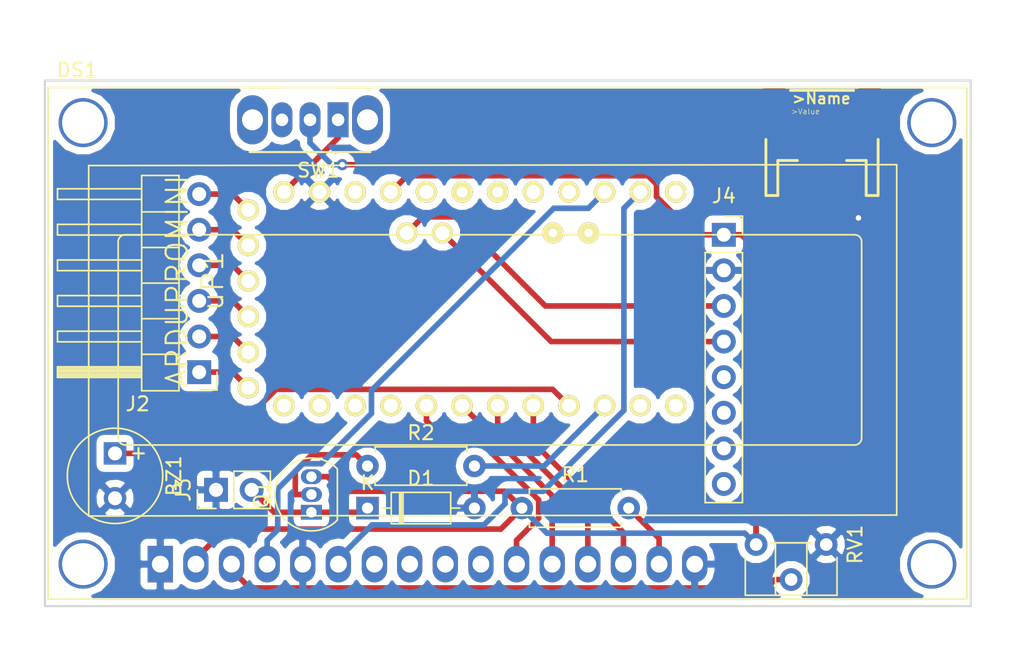
<source format=kicad_pcb>
(kicad_pcb (version 20171130) (host pcbnew 5.0.0-rc2-dev-unknown-0171547~63~ubuntu17.10.1)

  (general
    (thickness 1.6)
    (drawings 4)
    (tracks 124)
    (zones 0)
    (modules 13)
    (nets 48)
  )

  (page A4)
  (layers
    (0 F.Cu signal)
    (31 B.Cu signal)
    (32 B.Adhes user)
    (33 F.Adhes user)
    (34 B.Paste user)
    (35 F.Paste user)
    (36 B.SilkS user)
    (37 F.SilkS user)
    (38 B.Mask user)
    (39 F.Mask user)
    (40 Dwgs.User user)
    (41 Cmts.User user)
    (42 Eco1.User user)
    (43 Eco2.User user)
    (44 Edge.Cuts user)
    (45 Margin user)
    (46 B.CrtYd user)
    (47 F.CrtYd user)
    (48 B.Fab user)
    (49 F.Fab user)
  )

  (setup
    (last_trace_width 0.4)
    (trace_clearance 0.2)
    (zone_clearance 0.508)
    (zone_45_only no)
    (trace_min 0.2)
    (segment_width 0.2)
    (edge_width 0.15)
    (via_size 0.8)
    (via_drill 0.4)
    (via_min_size 0.4)
    (via_min_drill 0.3)
    (uvia_size 0.3)
    (uvia_drill 0.1)
    (uvias_allowed no)
    (uvia_min_size 0.2)
    (uvia_min_drill 0.1)
    (pcb_text_width 0.3)
    (pcb_text_size 1.5 1.5)
    (mod_edge_width 0.15)
    (mod_text_size 1 1)
    (mod_text_width 0.15)
    (pad_size 3.5 3.5)
    (pad_drill 3)
    (pad_to_mask_clearance 0.2)
    (aux_axis_origin 0 0)
    (grid_origin 159 59.5)
    (visible_elements FFFFFF7F)
    (pcbplotparams
      (layerselection 0x010fc_ffffffff)
      (usegerberextensions false)
      (usegerberattributes false)
      (usegerberadvancedattributes false)
      (creategerberjobfile false)
      (excludeedgelayer true)
      (linewidth 0.100000)
      (plotframeref false)
      (viasonmask false)
      (mode 1)
      (useauxorigin false)
      (hpglpennumber 1)
      (hpglpenspeed 20)
      (hpglpendiameter 15)
      (psnegative false)
      (psa4output false)
      (plotreference true)
      (plotvalue true)
      (plotinvisibletext false)
      (padsonsilk false)
      (subtractmaskfromsilk false)
      (outputformat 1)
      (mirror false)
      (drillshape 1)
      (scaleselection 1)
      (outputdirectory ""))
  )

  (net 0 "")
  (net 1 GND)
  (net 2 buzzer)
  (net 3 "Net-(D1-Pad1)")
  (net 4 +3V3)
  (net 5 "Net-(DS1-Pad3)")
  (net 6 RS)
  (net 7 E)
  (net 8 "Net-(DS1-Pad7)")
  (net 9 "Net-(DS1-Pad8)")
  (net 10 "Net-(DS1-Pad9)")
  (net 11 "Net-(DS1-Pad10)")
  (net 12 DB4)
  (net 13 DB5)
  (net 14 DB6)
  (net 15 DB7)
  (net 16 "Net-(DS1-Pad15)")
  (net 17 "Net-(J1-Pad1)")
  (net 18 "Net-(J2-Pad1)")
  (net 19 "Net-(J2-Pad2)")
  (net 20 "Net-(J2-Pad3)")
  (net 21 "Net-(J2-Pad4)")
  (net 22 "Net-(J2-Pad5)")
  (net 23 "Net-(J2-Pad6)")
  (net 24 "Net-(Q1-Pad2)")
  (net 25 vib)
  (net 26 VCC)
  (net 27 "Net-(uP1-Pad7)")
  (net 28 "Net-(uP1-Pad8)")
  (net 29 "Net-(uP1-Pad9)")
  (net 30 "Net-(uP1-Pad10)")
  (net 31 "Net-(uP1-Pad17)")
  (net 32 "Net-(uP1-Pad18)")
  (net 33 "Net-(uP1-Pad21)")
  (net 34 "Net-(uP1-Pad23)")
  (net 35 "Net-(uP1-Pad24)")
  (net 36 "Net-(uP1-Pad25)")
  (net 37 "Net-(uP1-Pad26)")
  (net 38 "Net-(uP1-Pad27)")
  (net 39 "Net-(uP1-Pad30)")
  (net 40 "Net-(uP1-Pad34)")
  (net 41 "Net-(uP1-Pad35)")
  (net 42 SCL)
  (net 43 SDA)
  (net 44 "Net-(J4-Pad5)")
  (net 45 "Net-(J4-Pad6)")
  (net 46 "Net-(J4-Pad7)")
  (net 47 "Net-(J4-Pad8)")

  (net_class Default "This is the default net class."
    (clearance 0.2)
    (trace_width 0.4)
    (via_dia 0.8)
    (via_drill 0.4)
    (uvia_dia 0.3)
    (uvia_drill 0.1)
    (add_net +3V3)
    (add_net DB4)
    (add_net DB5)
    (add_net DB6)
    (add_net DB7)
    (add_net E)
    (add_net GND)
    (add_net "Net-(D1-Pad1)")
    (add_net "Net-(DS1-Pad10)")
    (add_net "Net-(DS1-Pad15)")
    (add_net "Net-(DS1-Pad3)")
    (add_net "Net-(DS1-Pad7)")
    (add_net "Net-(DS1-Pad8)")
    (add_net "Net-(DS1-Pad9)")
    (add_net "Net-(J1-Pad1)")
    (add_net "Net-(J2-Pad1)")
    (add_net "Net-(J2-Pad2)")
    (add_net "Net-(J2-Pad3)")
    (add_net "Net-(J2-Pad4)")
    (add_net "Net-(J2-Pad5)")
    (add_net "Net-(J2-Pad6)")
    (add_net "Net-(J4-Pad5)")
    (add_net "Net-(J4-Pad6)")
    (add_net "Net-(J4-Pad7)")
    (add_net "Net-(J4-Pad8)")
    (add_net "Net-(Q1-Pad2)")
    (add_net "Net-(uP1-Pad10)")
    (add_net "Net-(uP1-Pad17)")
    (add_net "Net-(uP1-Pad18)")
    (add_net "Net-(uP1-Pad21)")
    (add_net "Net-(uP1-Pad23)")
    (add_net "Net-(uP1-Pad24)")
    (add_net "Net-(uP1-Pad25)")
    (add_net "Net-(uP1-Pad26)")
    (add_net "Net-(uP1-Pad27)")
    (add_net "Net-(uP1-Pad30)")
    (add_net "Net-(uP1-Pad34)")
    (add_net "Net-(uP1-Pad35)")
    (add_net "Net-(uP1-Pad7)")
    (add_net "Net-(uP1-Pad8)")
    (add_net "Net-(uP1-Pad9)")
    (add_net RS)
    (add_net SCL)
    (add_net SDA)
    (add_net VCC)
    (add_net buzzer)
    (add_net vib)
  )

  (net_class VCC ""
    (clearance 0.2)
    (trace_width 0.5)
    (via_dia 0.8)
    (via_drill 0.4)
    (uvia_dia 0.3)
    (uvia_drill 0.1)
  )

  (module components:JSTPH2 (layer F.Cu) (tedit 0) (tstamp 5AF6731E)
    (at 214.4 63.2)
    (descr "2-Pin JST PH Series Right-Angle Connector (+/- for batteries)")
    (path /5AC65683)
    (fp_text reference J1 (at 0 0) (layer F.SilkS) hide
      (effects (font (size 1.27 1.27) (thickness 0.15)))
    )
    (fp_text value Conn_01x02 (at 0 0) (layer F.SilkS) hide
      (effects (font (size 1.27 1.27) (thickness 0.15)))
    )
    (fp_line (start -4 -3) (end 4 -3) (layer F.Fab) (width 0.2032))
    (fp_line (start 4 -3) (end 4 4.5) (layer F.Fab) (width 0.2032))
    (fp_line (start -4 4.5) (end -4 -3) (layer F.Fab) (width 0.2032))
    (fp_line (start 3.2 2) (end -3.2 2) (layer F.Fab) (width 0.2032))
    (fp_line (start -3.2 2) (end -3.2 4.5) (layer F.Fab) (width 0.2032))
    (fp_line (start -3.2 4.5) (end -4 4.5) (layer F.Fab) (width 0.2032))
    (fp_line (start 4 4.5) (end 3.2 4.5) (layer F.Fab) (width 0.2032))
    (fp_line (start 3.2 4.5) (end 3.2 2) (layer F.Fab) (width 0.2032))
    (fp_line (start -2.25 -3) (end 2.25 -3) (layer F.SilkS) (width 0.2032))
    (fp_line (start 4 0.5) (end 4 4.5) (layer F.SilkS) (width 0.2032))
    (fp_line (start 4 4.5) (end 3.15 4.5) (layer F.SilkS) (width 0.2032))
    (fp_line (start 3.15 4.5) (end 3.15 2) (layer F.SilkS) (width 0.2032))
    (fp_line (start 3.15 2) (end 1.75 2) (layer F.SilkS) (width 0.2032))
    (fp_line (start -1.75 2) (end -3.15 2) (layer F.SilkS) (width 0.2032))
    (fp_line (start -3.15 2) (end -3.15 4.5) (layer F.SilkS) (width 0.2032))
    (fp_line (start -3.15 4.5) (end -4 4.5) (layer F.SilkS) (width 0.2032))
    (fp_line (start -4 4.5) (end -4 0.5) (layer F.SilkS) (width 0.2032))
    (fp_text user >Name (at -2.2225 -1.9685) (layer F.SilkS)
      (effects (font (size 0.77216 0.77216) (thickness 0.146304)) (justify left bottom))
    )
    (fp_text user >Value (at -2.2225 -1.27) (layer F.SilkS)
      (effects (font (size 0.38608 0.38608) (thickness 0.04064)) (justify left bottom))
    )
    (pad 1 smd rect (at -1 3.7) (size 1 4.6) (layers F.Cu F.Paste F.Mask)
      (net 17 "Net-(J1-Pad1)") (solder_mask_margin 0.1016))
    (pad 2 smd rect (at 1 3.7) (size 1 4.6) (layers F.Cu F.Paste F.Mask)
      (net 1 GND) (solder_mask_margin 0.1016))
    (pad NC1 smd rect (at -3.4 -1.5 90) (size 3.4 1.6) (layers F.Cu F.Paste F.Mask)
      (solder_mask_margin 0.1016))
    (pad NC2 smd rect (at 3.4 -1.5 90) (size 3.4 1.6) (layers F.Cu F.Paste F.Mask)
      (solder_mask_margin 0.1016))
  )

  (module Connector_PinHeader_2.54mm:PinHeader_1x06_P2.54mm_Horizontal (layer F.Cu) (tedit 59FED5CB) (tstamp 5AEDC454)
    (at 170 80.3 180)
    (descr "Through hole angled pin header, 1x06, 2.54mm pitch, 6mm pin length, single row")
    (tags "Through hole angled pin header THT 1x06 2.54mm single row")
    (path /5AC68882)
    (fp_text reference J2 (at 4.385 -2.27 180) (layer F.SilkS)
      (effects (font (size 1 1) (thickness 0.15)))
    )
    (fp_text value Conn_01x06 (at 4.385 14.97 180) (layer F.Fab)
      (effects (font (size 1 1) (thickness 0.15)))
    )
    (fp_line (start 2.135 -1.27) (end 4.04 -1.27) (layer F.Fab) (width 0.1))
    (fp_line (start 4.04 -1.27) (end 4.04 13.97) (layer F.Fab) (width 0.1))
    (fp_line (start 4.04 13.97) (end 1.5 13.97) (layer F.Fab) (width 0.1))
    (fp_line (start 1.5 13.97) (end 1.5 -0.635) (layer F.Fab) (width 0.1))
    (fp_line (start 1.5 -0.635) (end 2.135 -1.27) (layer F.Fab) (width 0.1))
    (fp_line (start -0.32 -0.32) (end 1.5 -0.32) (layer F.Fab) (width 0.1))
    (fp_line (start -0.32 -0.32) (end -0.32 0.32) (layer F.Fab) (width 0.1))
    (fp_line (start -0.32 0.32) (end 1.5 0.32) (layer F.Fab) (width 0.1))
    (fp_line (start 4.04 -0.32) (end 10.04 -0.32) (layer F.Fab) (width 0.1))
    (fp_line (start 10.04 -0.32) (end 10.04 0.32) (layer F.Fab) (width 0.1))
    (fp_line (start 4.04 0.32) (end 10.04 0.32) (layer F.Fab) (width 0.1))
    (fp_line (start -0.32 2.22) (end 1.5 2.22) (layer F.Fab) (width 0.1))
    (fp_line (start -0.32 2.22) (end -0.32 2.86) (layer F.Fab) (width 0.1))
    (fp_line (start -0.32 2.86) (end 1.5 2.86) (layer F.Fab) (width 0.1))
    (fp_line (start 4.04 2.22) (end 10.04 2.22) (layer F.Fab) (width 0.1))
    (fp_line (start 10.04 2.22) (end 10.04 2.86) (layer F.Fab) (width 0.1))
    (fp_line (start 4.04 2.86) (end 10.04 2.86) (layer F.Fab) (width 0.1))
    (fp_line (start -0.32 4.76) (end 1.5 4.76) (layer F.Fab) (width 0.1))
    (fp_line (start -0.32 4.76) (end -0.32 5.4) (layer F.Fab) (width 0.1))
    (fp_line (start -0.32 5.4) (end 1.5 5.4) (layer F.Fab) (width 0.1))
    (fp_line (start 4.04 4.76) (end 10.04 4.76) (layer F.Fab) (width 0.1))
    (fp_line (start 10.04 4.76) (end 10.04 5.4) (layer F.Fab) (width 0.1))
    (fp_line (start 4.04 5.4) (end 10.04 5.4) (layer F.Fab) (width 0.1))
    (fp_line (start -0.32 7.3) (end 1.5 7.3) (layer F.Fab) (width 0.1))
    (fp_line (start -0.32 7.3) (end -0.32 7.94) (layer F.Fab) (width 0.1))
    (fp_line (start -0.32 7.94) (end 1.5 7.94) (layer F.Fab) (width 0.1))
    (fp_line (start 4.04 7.3) (end 10.04 7.3) (layer F.Fab) (width 0.1))
    (fp_line (start 10.04 7.3) (end 10.04 7.94) (layer F.Fab) (width 0.1))
    (fp_line (start 4.04 7.94) (end 10.04 7.94) (layer F.Fab) (width 0.1))
    (fp_line (start -0.32 9.84) (end 1.5 9.84) (layer F.Fab) (width 0.1))
    (fp_line (start -0.32 9.84) (end -0.32 10.48) (layer F.Fab) (width 0.1))
    (fp_line (start -0.32 10.48) (end 1.5 10.48) (layer F.Fab) (width 0.1))
    (fp_line (start 4.04 9.84) (end 10.04 9.84) (layer F.Fab) (width 0.1))
    (fp_line (start 10.04 9.84) (end 10.04 10.48) (layer F.Fab) (width 0.1))
    (fp_line (start 4.04 10.48) (end 10.04 10.48) (layer F.Fab) (width 0.1))
    (fp_line (start -0.32 12.38) (end 1.5 12.38) (layer F.Fab) (width 0.1))
    (fp_line (start -0.32 12.38) (end -0.32 13.02) (layer F.Fab) (width 0.1))
    (fp_line (start -0.32 13.02) (end 1.5 13.02) (layer F.Fab) (width 0.1))
    (fp_line (start 4.04 12.38) (end 10.04 12.38) (layer F.Fab) (width 0.1))
    (fp_line (start 10.04 12.38) (end 10.04 13.02) (layer F.Fab) (width 0.1))
    (fp_line (start 4.04 13.02) (end 10.04 13.02) (layer F.Fab) (width 0.1))
    (fp_line (start 1.44 -1.33) (end 1.44 14.03) (layer F.SilkS) (width 0.12))
    (fp_line (start 1.44 14.03) (end 4.1 14.03) (layer F.SilkS) (width 0.12))
    (fp_line (start 4.1 14.03) (end 4.1 -1.33) (layer F.SilkS) (width 0.12))
    (fp_line (start 4.1 -1.33) (end 1.44 -1.33) (layer F.SilkS) (width 0.12))
    (fp_line (start 4.1 -0.38) (end 10.1 -0.38) (layer F.SilkS) (width 0.12))
    (fp_line (start 10.1 -0.38) (end 10.1 0.38) (layer F.SilkS) (width 0.12))
    (fp_line (start 10.1 0.38) (end 4.1 0.38) (layer F.SilkS) (width 0.12))
    (fp_line (start 4.1 -0.32) (end 10.1 -0.32) (layer F.SilkS) (width 0.12))
    (fp_line (start 4.1 -0.2) (end 10.1 -0.2) (layer F.SilkS) (width 0.12))
    (fp_line (start 4.1 -0.08) (end 10.1 -0.08) (layer F.SilkS) (width 0.12))
    (fp_line (start 4.1 0.04) (end 10.1 0.04) (layer F.SilkS) (width 0.12))
    (fp_line (start 4.1 0.16) (end 10.1 0.16) (layer F.SilkS) (width 0.12))
    (fp_line (start 4.1 0.28) (end 10.1 0.28) (layer F.SilkS) (width 0.12))
    (fp_line (start 1.11 -0.38) (end 1.44 -0.38) (layer F.SilkS) (width 0.12))
    (fp_line (start 1.11 0.38) (end 1.44 0.38) (layer F.SilkS) (width 0.12))
    (fp_line (start 1.44 1.27) (end 4.1 1.27) (layer F.SilkS) (width 0.12))
    (fp_line (start 4.1 2.16) (end 10.1 2.16) (layer F.SilkS) (width 0.12))
    (fp_line (start 10.1 2.16) (end 10.1 2.92) (layer F.SilkS) (width 0.12))
    (fp_line (start 10.1 2.92) (end 4.1 2.92) (layer F.SilkS) (width 0.12))
    (fp_line (start 1.042929 2.16) (end 1.44 2.16) (layer F.SilkS) (width 0.12))
    (fp_line (start 1.042929 2.92) (end 1.44 2.92) (layer F.SilkS) (width 0.12))
    (fp_line (start 1.44 3.81) (end 4.1 3.81) (layer F.SilkS) (width 0.12))
    (fp_line (start 4.1 4.7) (end 10.1 4.7) (layer F.SilkS) (width 0.12))
    (fp_line (start 10.1 4.7) (end 10.1 5.46) (layer F.SilkS) (width 0.12))
    (fp_line (start 10.1 5.46) (end 4.1 5.46) (layer F.SilkS) (width 0.12))
    (fp_line (start 1.042929 4.7) (end 1.44 4.7) (layer F.SilkS) (width 0.12))
    (fp_line (start 1.042929 5.46) (end 1.44 5.46) (layer F.SilkS) (width 0.12))
    (fp_line (start 1.44 6.35) (end 4.1 6.35) (layer F.SilkS) (width 0.12))
    (fp_line (start 4.1 7.24) (end 10.1 7.24) (layer F.SilkS) (width 0.12))
    (fp_line (start 10.1 7.24) (end 10.1 8) (layer F.SilkS) (width 0.12))
    (fp_line (start 10.1 8) (end 4.1 8) (layer F.SilkS) (width 0.12))
    (fp_line (start 1.042929 7.24) (end 1.44 7.24) (layer F.SilkS) (width 0.12))
    (fp_line (start 1.042929 8) (end 1.44 8) (layer F.SilkS) (width 0.12))
    (fp_line (start 1.44 8.89) (end 4.1 8.89) (layer F.SilkS) (width 0.12))
    (fp_line (start 4.1 9.78) (end 10.1 9.78) (layer F.SilkS) (width 0.12))
    (fp_line (start 10.1 9.78) (end 10.1 10.54) (layer F.SilkS) (width 0.12))
    (fp_line (start 10.1 10.54) (end 4.1 10.54) (layer F.SilkS) (width 0.12))
    (fp_line (start 1.042929 9.78) (end 1.44 9.78) (layer F.SilkS) (width 0.12))
    (fp_line (start 1.042929 10.54) (end 1.44 10.54) (layer F.SilkS) (width 0.12))
    (fp_line (start 1.44 11.43) (end 4.1 11.43) (layer F.SilkS) (width 0.12))
    (fp_line (start 4.1 12.32) (end 10.1 12.32) (layer F.SilkS) (width 0.12))
    (fp_line (start 10.1 12.32) (end 10.1 13.08) (layer F.SilkS) (width 0.12))
    (fp_line (start 10.1 13.08) (end 4.1 13.08) (layer F.SilkS) (width 0.12))
    (fp_line (start 1.042929 12.32) (end 1.44 12.32) (layer F.SilkS) (width 0.12))
    (fp_line (start 1.042929 13.08) (end 1.44 13.08) (layer F.SilkS) (width 0.12))
    (fp_line (start -1.27 0) (end -1.27 -1.27) (layer F.SilkS) (width 0.12))
    (fp_line (start -1.27 -1.27) (end 0 -1.27) (layer F.SilkS) (width 0.12))
    (fp_line (start -1.8 -1.8) (end -1.8 14.5) (layer F.CrtYd) (width 0.05))
    (fp_line (start -1.8 14.5) (end 10.55 14.5) (layer F.CrtYd) (width 0.05))
    (fp_line (start 10.55 14.5) (end 10.55 -1.8) (layer F.CrtYd) (width 0.05))
    (fp_line (start 10.55 -1.8) (end -1.8 -1.8) (layer F.CrtYd) (width 0.05))
    (fp_text user %R (at 2.77 6.35 270) (layer F.Fab)
      (effects (font (size 1 1) (thickness 0.15)))
    )
    (pad 1 thru_hole rect (at 0 0 180) (size 1.7 1.7) (drill 1) (layers *.Cu *.Mask)
      (net 18 "Net-(J2-Pad1)"))
    (pad 2 thru_hole oval (at 0 2.54 180) (size 1.7 1.7) (drill 1) (layers *.Cu *.Mask)
      (net 19 "Net-(J2-Pad2)"))
    (pad 3 thru_hole oval (at 0 5.08 180) (size 1.7 1.7) (drill 1) (layers *.Cu *.Mask)
      (net 20 "Net-(J2-Pad3)"))
    (pad 4 thru_hole oval (at 0 7.62 180) (size 1.7 1.7) (drill 1) (layers *.Cu *.Mask)
      (net 21 "Net-(J2-Pad4)"))
    (pad 5 thru_hole oval (at 0 10.16 180) (size 1.7 1.7) (drill 1) (layers *.Cu *.Mask)
      (net 22 "Net-(J2-Pad5)"))
    (pad 6 thru_hole oval (at 0 12.7 180) (size 1.7 1.7) (drill 1) (layers *.Cu *.Mask)
      (net 23 "Net-(J2-Pad6)"))
    (model ${KISYS3DMOD}/Connector_PinHeader_2.54mm.3dshapes/PinHeader_1x06_P2.54mm_Horizontal.wrl
      (at (xyz 0 0 0))
      (scale (xyz 1 1 1))
      (rotate (xyz 0 0 0))
    )
  )

  (module Connector_PinHeader_2.54mm:PinHeader_1x02_P2.54mm_Vertical (layer F.Cu) (tedit 59FED5CC) (tstamp 5AEDC46A)
    (at 171.2 88.7 90)
    (descr "Through hole straight pin header, 1x02, 2.54mm pitch, single row")
    (tags "Through hole pin header THT 1x02 2.54mm single row")
    (path /5AC67FBD)
    (fp_text reference J3 (at 0 -2.33 90) (layer F.SilkS)
      (effects (font (size 1 1) (thickness 0.15)))
    )
    (fp_text value Conn_01x02 (at 0 4.87 90) (layer F.Fab)
      (effects (font (size 1 1) (thickness 0.15)))
    )
    (fp_line (start -0.635 -1.27) (end 1.27 -1.27) (layer F.Fab) (width 0.1))
    (fp_line (start 1.27 -1.27) (end 1.27 3.81) (layer F.Fab) (width 0.1))
    (fp_line (start 1.27 3.81) (end -1.27 3.81) (layer F.Fab) (width 0.1))
    (fp_line (start -1.27 3.81) (end -1.27 -0.635) (layer F.Fab) (width 0.1))
    (fp_line (start -1.27 -0.635) (end -0.635 -1.27) (layer F.Fab) (width 0.1))
    (fp_line (start -1.33 3.87) (end 1.33 3.87) (layer F.SilkS) (width 0.12))
    (fp_line (start -1.33 1.27) (end -1.33 3.87) (layer F.SilkS) (width 0.12))
    (fp_line (start 1.33 1.27) (end 1.33 3.87) (layer F.SilkS) (width 0.12))
    (fp_line (start -1.33 1.27) (end 1.33 1.27) (layer F.SilkS) (width 0.12))
    (fp_line (start -1.33 0) (end -1.33 -1.33) (layer F.SilkS) (width 0.12))
    (fp_line (start -1.33 -1.33) (end 0 -1.33) (layer F.SilkS) (width 0.12))
    (fp_line (start -1.8 -1.8) (end -1.8 4.35) (layer F.CrtYd) (width 0.05))
    (fp_line (start -1.8 4.35) (end 1.8 4.35) (layer F.CrtYd) (width 0.05))
    (fp_line (start 1.8 4.35) (end 1.8 -1.8) (layer F.CrtYd) (width 0.05))
    (fp_line (start 1.8 -1.8) (end -1.8 -1.8) (layer F.CrtYd) (width 0.05))
    (fp_text user %R (at 0 1.27 180) (layer F.Fab)
      (effects (font (size 1 1) (thickness 0.15)))
    )
    (pad 1 thru_hole rect (at 0 0 90) (size 1.7 1.7) (drill 1) (layers *.Cu *.Mask)
      (net 1 GND))
    (pad 2 thru_hole oval (at 0 2.54 90) (size 1.7 1.7) (drill 1) (layers *.Cu *.Mask)
      (net 3 "Net-(D1-Pad1)"))
    (model ${KISYS3DMOD}/Connector_PinHeader_2.54mm.3dshapes/PinHeader_1x02_P2.54mm_Vertical.wrl
      (at (xyz 0 0 0))
      (scale (xyz 1 1 1))
      (rotate (xyz 0 0 0))
    )
  )

  (module Button_Switch_THT:SW_CuK_OS102011MA1QN1_SPDT_Angled (layer F.Cu) (tedit 5A02FE31) (tstamp 5AF66CB3)
    (at 179.9 62.3 180)
    (descr "CuK miniature slide switch, OS series, SPDT, right angle, http://www.ckswitches.com/media/1428/os.pdf")
    (tags "switch SPDT")
    (path /5AC64E3B)
    (fp_text reference SW1 (at 1.4 -3.6 180) (layer F.SilkS)
      (effects (font (size 1 1) (thickness 0.15)))
    )
    (fp_text value SW_SPST (at 1.7 7.7 180) (layer F.Fab)
      (effects (font (size 1 1) (thickness 0.15)))
    )
    (fp_text user %R (at 2.3 1.7 180) (layer F.Fab)
      (effects (font (size 0.5 0.5) (thickness 0.1)))
    )
    (fp_line (start -2.3 -2.2) (end 6.3 -2.2) (layer F.Fab) (width 0.1))
    (fp_line (start -2.3 -2.2) (end -2.3 2.2) (layer F.Fab) (width 0.1))
    (fp_line (start -2.3 2.2) (end 6.3 2.2) (layer F.Fab) (width 0.1))
    (fp_line (start 6.3 2.2) (end 6.3 -2.2) (layer F.Fab) (width 0.1))
    (fp_line (start 2 2.2) (end 2 6.2) (layer F.Fab) (width 0.1))
    (fp_line (start 2 6.2) (end 0 6.2) (layer F.Fab) (width 0.1))
    (fp_line (start 0 6.2) (end 0 2.2) (layer F.Fab) (width 0.1))
    (fp_line (start -2.3 -2.3) (end 6.3 -2.3) (layer F.SilkS) (width 0.15))
    (fp_line (start -2.3 2.3) (end -0.1 2.3) (layer F.SilkS) (width 0.15))
    (fp_line (start 4 2.3) (end 6.3 2.3) (layer F.SilkS) (width 0.15))
    (fp_line (start 7.7 -2.7) (end 7.7 6.7) (layer F.CrtYd) (width 0.05))
    (fp_line (start 7.7 6.7) (end -3.7 6.7) (layer F.CrtYd) (width 0.05))
    (fp_line (start -3.7 6.7) (end -3.7 -2.7) (layer F.CrtYd) (width 0.05))
    (fp_line (start -3.7 -2.7) (end 7.7 -2.7) (layer F.CrtYd) (width 0.05))
    (pad 1 thru_hole rect (at 0 0 180) (size 1.5 2.5) (drill 0.9) (layers *.Cu *.Mask)
      (net 26 VCC))
    (pad 2 thru_hole oval (at 2 0 180) (size 1.5 2.5) (drill 0.9) (layers *.Cu *.Mask)
      (net 17 "Net-(J1-Pad1)"))
    (pad 3 thru_hole oval (at 4 0 180) (size 1.5 2.5) (drill 0.9) (layers *.Cu *.Mask))
    (pad "" thru_hole oval (at -2.1 0 180) (size 2.2 3.5) (drill 1.5) (layers *.Cu *.Mask))
    (pad "" thru_hole oval (at 6.1 0 180) (size 2.2 3.5) (drill 1.5) (layers *.Cu *.Mask))
    (model ${KISYS3DMOD}/Button_Switch_THT.3dshapes/SW_CuK_OS102011MA1QN1_SPDT_Angled.wrl
      (at (xyz 0 0 0))
      (scale (xyz 1 1 1))
      (rotate (xyz 0 0 0))
    )
  )

  (module components:ArduProMini (layer F.Cu) (tedit 5AC670C3) (tstamp 5AF66B36)
    (at 169.69 85.23 90)
    (path /5AC64225)
    (fp_text reference uP1 (at 11.43 1.27 90) (layer F.SilkS)
      (effects (font (size 1.5 1.5) (thickness 0.15)))
    )
    (fp_text value ARDUPROMINI (at 11.43 -1.27 90) (layer F.SilkS)
      (effects (font (size 1.5 1.5) (thickness 0.15)))
    )
    (pad 1 thru_hole circle (at 3.81 3.81 90) (size 1.524 1.524) (drill 1) (layers *.Cu *.Mask F.SilkS)
      (net 18 "Net-(J2-Pad1)"))
    (pad 2 thru_hole circle (at 6.35 3.81 90) (size 1.524 1.524) (drill 1) (layers *.Cu *.Mask F.SilkS)
      (net 19 "Net-(J2-Pad2)"))
    (pad 3 thru_hole circle (at 8.89 3.81 90) (size 1.524 1.524) (drill 1) (layers *.Cu *.Mask F.SilkS)
      (net 20 "Net-(J2-Pad3)"))
    (pad 4 thru_hole circle (at 11.43 3.81 90) (size 1.524 1.524) (drill 1) (layers *.Cu *.Mask F.SilkS)
      (net 21 "Net-(J2-Pad4)"))
    (pad 5 thru_hole circle (at 13.97 3.81 90) (size 1.524 1.524) (drill 1) (layers *.Cu *.Mask F.SilkS)
      (net 22 "Net-(J2-Pad5)"))
    (pad 6 thru_hole circle (at 16.51 3.81 90) (size 1.524 1.524) (drill 1) (layers *.Cu *.Mask F.SilkS)
      (net 23 "Net-(J2-Pad6)"))
    (pad 7 thru_hole circle (at 2.54 6.35 90) (size 1.524 1.524) (drill 1) (layers *.Cu *.Mask F.SilkS)
      (net 27 "Net-(uP1-Pad7)"))
    (pad 8 thru_hole circle (at 2.54 8.89 90) (size 1.524 1.524) (drill 1) (layers *.Cu *.Mask F.SilkS)
      (net 28 "Net-(uP1-Pad8)"))
    (pad 9 thru_hole circle (at 2.54 11.43 90) (size 1.524 1.524) (drill 1) (layers *.Cu *.Mask F.SilkS)
      (net 29 "Net-(uP1-Pad9)"))
    (pad 10 thru_hole circle (at 2.54 13.97 90) (size 1.524 1.524) (drill 1) (layers *.Cu *.Mask F.SilkS)
      (net 30 "Net-(uP1-Pad10)"))
    (pad 11 thru_hole circle (at 2.54 16.51 90) (size 1.524 1.524) (drill 1) (layers *.Cu *.Mask F.SilkS)
      (net 12 DB4))
    (pad 12 thru_hole circle (at 2.54 19.05 90) (size 1.524 1.524) (drill 1) (layers *.Cu *.Mask F.SilkS)
      (net 13 DB5))
    (pad 13 thru_hole circle (at 2.54 21.59 90) (size 1.524 1.524) (drill 1) (layers *.Cu *.Mask F.SilkS)
      (net 14 DB6))
    (pad 14 thru_hole circle (at 2.54 24.13 90) (size 1.524 1.524) (drill 1) (layers *.Cu *.Mask F.SilkS)
      (net 15 DB7))
    (pad 15 thru_hole circle (at 2.54 26.67 90) (size 1.524 1.524) (drill 1) (layers *.Cu *.Mask F.SilkS)
      (net 2 buzzer))
    (pad 16 thru_hole circle (at 2.54 29.21 90) (size 1.524 1.524) (drill 1) (layers *.Cu *.Mask F.SilkS)
      (net 25 vib))
    (pad 17 thru_hole circle (at 2.54 31.75 90) (size 1.524 1.524) (drill 1) (layers *.Cu *.Mask F.SilkS)
      (net 31 "Net-(uP1-Pad17)"))
    (pad 18 thru_hole circle (at 2.54 34.29 90) (size 1.524 1.524) (drill 1) (layers *.Cu *.Mask F.SilkS)
      (net 32 "Net-(uP1-Pad18)"))
    (pad 19 thru_hole circle (at 17.78 6.35 90) (size 1.524 1.524) (drill 1) (layers *.Cu *.Mask F.SilkS)
      (net 26 VCC))
    (pad 20 thru_hole circle (at 17.78 8.89 90) (size 1.524 1.524) (drill 1) (layers *.Cu *.Mask F.SilkS)
      (net 1 GND))
    (pad 21 thru_hole circle (at 17.78 11.43 90) (size 1.524 1.524) (drill 1) (layers *.Cu *.Mask F.SilkS)
      (net 33 "Net-(uP1-Pad21)"))
    (pad 22 thru_hole circle (at 17.78 13.97 90) (size 1.524 1.524) (drill 1) (layers *.Cu *.Mask F.SilkS)
      (net 4 +3V3))
    (pad 23 thru_hole circle (at 17.78 16.51 90) (size 1.524 1.524) (drill 1) (layers *.Cu *.Mask F.SilkS)
      (net 34 "Net-(uP1-Pad23)"))
    (pad 24 thru_hole circle (at 17.78 19.05 90) (size 1.524 1.524) (drill 0.762) (layers *.Cu *.Mask F.SilkS)
      (net 35 "Net-(uP1-Pad24)"))
    (pad 25 thru_hole circle (at 17.78 21.59 90) (size 1.524 1.524) (drill 0.762) (layers *.Cu *.Mask F.SilkS)
      (net 36 "Net-(uP1-Pad25)"))
    (pad 26 thru_hole circle (at 17.78 24.13 90) (size 1.524 1.524) (drill 1) (layers *.Cu *.Mask F.SilkS)
      (net 37 "Net-(uP1-Pad26)"))
    (pad 27 thru_hole circle (at 17.78 26.67 90) (size 1.524 1.524) (drill 1) (layers *.Cu *.Mask F.SilkS)
      (net 38 "Net-(uP1-Pad27)"))
    (pad 28 thru_hole circle (at 17.78 29.21 90) (size 1.524 1.524) (drill 1) (layers *.Cu *.Mask F.SilkS)
      (net 6 RS))
    (pad 29 thru_hole circle (at 17.78 31.75 90) (size 1.524 1.524) (drill 1) (layers *.Cu *.Mask F.SilkS)
      (net 7 E))
    (pad 30 thru_hole circle (at 17.78 34.29 90) (size 1.524 1.524) (drill 1) (layers *.Cu *.Mask F.SilkS)
      (net 39 "Net-(uP1-Pad30)"))
    (pad 31 thru_hole circle (at 14.859 15.113 90) (size 1.5 1.5) (drill 1) (layers *.Cu *.Mask F.SilkS)
      (net 42 SCL))
    (pad 32 thru_hole circle (at 14.859 17.653 90) (size 1.5 1.5) (drill 1) (layers *.Cu *.Mask F.SilkS)
      (net 43 SDA))
    (pad 34 thru_hole circle (at 14.859 25.527 90) (size 1.5 1.5) (drill 0.6) (layers *.Cu *.Mask F.SilkS)
      (net 40 "Net-(uP1-Pad34)"))
    (pad 35 thru_hole circle (at 14.859 28.067 90) (size 1.5 1.5) (drill 0.6) (layers *.Cu *.Mask F.SilkS)
      (net 41 "Net-(uP1-Pad35)"))
  )

  (module Potentiometer_THT:Potentiometer_ACP_CA6-H2,5_Horizontal (layer F.Cu) (tedit 5A3D4994) (tstamp 5AEDCBC1)
    (at 214.7 92.6 270)
    (descr "Potentiometer, horizontal, ACP CA6-H2,5, http://www.acptechnologies.com/wp-content/uploads/2017/06/01-ACP-CA6.pdf")
    (tags "Potentiometer horizontal ACP CA6-H2,5")
    (path /5AC66FAB)
    (fp_text reference RV1 (at 0 -2.06 270) (layer F.SilkS)
      (effects (font (size 1 1) (thickness 0.15)))
    )
    (fp_text value 10K (at 0 7.06 270) (layer F.Fab)
      (effects (font (size 1 1) (thickness 0.15)))
    )
    (fp_line (start 3.5 -0.65) (end 3.5 5.65) (layer F.Fab) (width 0.1))
    (fp_line (start 3.5 5.65) (end 0 5.65) (layer F.Fab) (width 0.1))
    (fp_line (start 0 5.65) (end 0 -0.65) (layer F.Fab) (width 0.1))
    (fp_line (start 0 -0.65) (end 3.5 -0.65) (layer F.Fab) (width 0.1))
    (fp_line (start 0 1.5) (end 0 3.5) (layer F.Fab) (width 0.1))
    (fp_line (start 0 3.5) (end 3.5 3.5) (layer F.Fab) (width 0.1))
    (fp_line (start 3.5 3.5) (end 3.5 1.5) (layer F.Fab) (width 0.1))
    (fp_line (start 3.5 1.5) (end 0 1.5) (layer F.Fab) (width 0.1))
    (fp_line (start 0.925 -0.77) (end 3.62 -0.77) (layer F.SilkS) (width 0.12))
    (fp_line (start 0.925 5.77) (end 3.62 5.77) (layer F.SilkS) (width 0.12))
    (fp_line (start 3.62 -0.77) (end 3.62 5.77) (layer F.SilkS) (width 0.12))
    (fp_line (start -0.121 1.066) (end -0.121 3.935) (layer F.SilkS) (width 0.12))
    (fp_line (start -0.121 1.38) (end 3.62 1.38) (layer F.SilkS) (width 0.12))
    (fp_line (start -0.121 3.62) (end 3.62 3.62) (layer F.SilkS) (width 0.12))
    (fp_line (start -0.121 1.38) (end -0.121 3.62) (layer F.SilkS) (width 0.12))
    (fp_line (start 3.62 1.38) (end 3.62 3.62) (layer F.SilkS) (width 0.12))
    (fp_line (start -1.1 -1.1) (end -1.1 6.1) (layer F.CrtYd) (width 0.05))
    (fp_line (start -1.1 6.1) (end 3.75 6.1) (layer F.CrtYd) (width 0.05))
    (fp_line (start 3.75 6.1) (end 3.75 -1.1) (layer F.CrtYd) (width 0.05))
    (fp_line (start 3.75 -1.1) (end -1.1 -1.1) (layer F.CrtYd) (width 0.05))
    (fp_text user %R (at 1.75 2.5 270) (layer F.Fab)
      (effects (font (size 0.78 0.78) (thickness 0.15)))
    )
    (pad 3 thru_hole circle (at 0 5 270) (size 1.62 1.62) (drill 0.9) (layers *.Cu *.Mask)
      (net 4 +3V3))
    (pad 2 thru_hole circle (at 2.5 2.5 270) (size 1.62 1.62) (drill 0.9) (layers *.Cu *.Mask)
      (net 5 "Net-(DS1-Pad3)"))
    (pad 1 thru_hole circle (at 0 0 270) (size 1.62 1.62) (drill 0.9) (layers *.Cu *.Mask)
      (net 1 GND))
    (model ${KISYS3DMOD}/Potentiometer_THT.3dshapes/Potentiometer_ACP_CA6-H2,5_Horizontal.wrl
      (at (xyz 0 0 0))
      (scale (xyz 1 1 1))
      (rotate (xyz 0 0 0))
    )
  )

  (module Diode_THT:D_DO-35_SOD27_P7.62mm_Horizontal (layer F.Cu) (tedit 5A195B5A) (tstamp 5AF67B81)
    (at 182 90)
    (descr "D, DO-35_SOD27 series, Axial, Horizontal, pin pitch=7.62mm, , length*diameter=4*2mm^2, , http://www.diodes.com/_files/packages/DO-35.pdf")
    (tags "D DO-35_SOD27 series Axial Horizontal pin pitch 7.62mm  length 4mm diameter 2mm")
    (path /5AC68479)
    (fp_text reference D1 (at 3.81 -2.12) (layer F.SilkS)
      (effects (font (size 1 1) (thickness 0.15)))
    )
    (fp_text value D (at 3.81 2.12) (layer F.Fab)
      (effects (font (size 1 1) (thickness 0.15)))
    )
    (fp_line (start 1.81 -1) (end 1.81 1) (layer F.Fab) (width 0.1))
    (fp_line (start 1.81 1) (end 5.81 1) (layer F.Fab) (width 0.1))
    (fp_line (start 5.81 1) (end 5.81 -1) (layer F.Fab) (width 0.1))
    (fp_line (start 5.81 -1) (end 1.81 -1) (layer F.Fab) (width 0.1))
    (fp_line (start 0 0) (end 1.81 0) (layer F.Fab) (width 0.1))
    (fp_line (start 7.62 0) (end 5.81 0) (layer F.Fab) (width 0.1))
    (fp_line (start 2.41 -1) (end 2.41 1) (layer F.Fab) (width 0.1))
    (fp_line (start 2.51 -1) (end 2.51 1) (layer F.Fab) (width 0.1))
    (fp_line (start 2.31 -1) (end 2.31 1) (layer F.Fab) (width 0.1))
    (fp_line (start 1.69 -1.12) (end 1.69 1.12) (layer F.SilkS) (width 0.12))
    (fp_line (start 1.69 1.12) (end 5.93 1.12) (layer F.SilkS) (width 0.12))
    (fp_line (start 5.93 1.12) (end 5.93 -1.12) (layer F.SilkS) (width 0.12))
    (fp_line (start 5.93 -1.12) (end 1.69 -1.12) (layer F.SilkS) (width 0.12))
    (fp_line (start 1.04 0) (end 1.69 0) (layer F.SilkS) (width 0.12))
    (fp_line (start 6.58 0) (end 5.93 0) (layer F.SilkS) (width 0.12))
    (fp_line (start 2.41 -1.12) (end 2.41 1.12) (layer F.SilkS) (width 0.12))
    (fp_line (start 2.53 -1.12) (end 2.53 1.12) (layer F.SilkS) (width 0.12))
    (fp_line (start 2.29 -1.12) (end 2.29 1.12) (layer F.SilkS) (width 0.12))
    (fp_line (start -1.05 -1.4) (end -1.05 1.4) (layer F.CrtYd) (width 0.05))
    (fp_line (start -1.05 1.4) (end 8.7 1.4) (layer F.CrtYd) (width 0.05))
    (fp_line (start 8.7 1.4) (end 8.7 -1.4) (layer F.CrtYd) (width 0.05))
    (fp_line (start 8.7 -1.4) (end -1.05 -1.4) (layer F.CrtYd) (width 0.05))
    (fp_text user %R (at 4.11 0) (layer F.Fab)
      (effects (font (size 0.8 0.8) (thickness 0.12)))
    )
    (fp_text user K (at 0 -1.8) (layer F.Fab)
      (effects (font (size 1 1) (thickness 0.15)))
    )
    (fp_text user K (at 0 -1.8) (layer F.SilkS)
      (effects (font (size 1 1) (thickness 0.15)))
    )
    (pad 1 thru_hole rect (at 0 0) (size 1.6 1.6) (drill 0.8) (layers *.Cu *.Mask)
      (net 3 "Net-(D1-Pad1)"))
    (pad 2 thru_hole oval (at 7.62 0) (size 1.6 1.6) (drill 0.8) (layers *.Cu *.Mask)
      (net 1 GND))
    (model ${KISYS3DMOD}/Diode_THT.3dshapes/D_DO-35_SOD27_P7.62mm_Horizontal.wrl
      (at (xyz 0 0 0))
      (scale (xyz 1 1 1))
      (rotate (xyz 0 0 0))
    )
  )

  (module Package_TO_SOT_THT:TO-92_Inline (layer F.Cu) (tedit 5A1DD157) (tstamp 5AEDD07D)
    (at 178 90.3 90)
    (descr "TO-92 leads in-line, narrow, oval pads, drill 0.75mm (see NXP sot054_po.pdf)")
    (tags "to-92 sc-43 sc-43a sot54 PA33 transistor")
    (path /5AC67C19)
    (fp_text reference Q1 (at 1.27 -3.56 90) (layer F.SilkS)
      (effects (font (size 1 1) (thickness 0.15)))
    )
    (fp_text value 2N2219 (at 1.27 2.79 90) (layer F.Fab)
      (effects (font (size 1 1) (thickness 0.15)))
    )
    (fp_text user %R (at 1.27 -3.56 90) (layer F.Fab)
      (effects (font (size 1 1) (thickness 0.15)))
    )
    (fp_line (start -0.53 1.85) (end 3.07 1.85) (layer F.SilkS) (width 0.12))
    (fp_line (start -0.5 1.75) (end 3 1.75) (layer F.Fab) (width 0.1))
    (fp_line (start -1.46 -2.73) (end 4 -2.73) (layer F.CrtYd) (width 0.05))
    (fp_line (start -1.46 -2.73) (end -1.46 2.01) (layer F.CrtYd) (width 0.05))
    (fp_line (start 4 2.01) (end 4 -2.73) (layer F.CrtYd) (width 0.05))
    (fp_line (start 4 2.01) (end -1.46 2.01) (layer F.CrtYd) (width 0.05))
    (fp_arc (start 1.27 0) (end 1.27 -2.48) (angle 135) (layer F.Fab) (width 0.1))
    (fp_arc (start 1.27 0) (end 1.27 -2.6) (angle -135) (layer F.SilkS) (width 0.12))
    (fp_arc (start 1.27 0) (end 1.27 -2.48) (angle -135) (layer F.Fab) (width 0.1))
    (fp_arc (start 1.27 0) (end 1.27 -2.6) (angle 135) (layer F.SilkS) (width 0.12))
    (pad 2 thru_hole oval (at 1.27 0 90) (size 1.05 1.5) (drill 0.75) (layers *.Cu *.Mask)
      (net 24 "Net-(Q1-Pad2)"))
    (pad 3 thru_hole oval (at 2.54 0 90) (size 1.05 1.5) (drill 0.75) (layers *.Cu *.Mask)
      (net 4 +3V3))
    (pad 1 thru_hole rect (at 0 0 90) (size 1.05 1.5) (drill 0.75) (layers *.Cu *.Mask)
      (net 3 "Net-(D1-Pad1)"))
    (model ${KISYS3DMOD}/Package_TO_SOT_THT.3dshapes/TO-92_Inline.wrl
      (at (xyz 0 0 0))
      (scale (xyz 1 1 1))
      (rotate (xyz 0 0 0))
    )
  )

  (module Resistor_THT:R_Axial_DIN0207_L6.3mm_D2.5mm_P7.62mm_Horizontal (layer F.Cu) (tedit 5A24F4B6) (tstamp 5AF65274)
    (at 193 90)
    (descr "Resistor, Axial_DIN0207 series, Axial, Horizontal, pin pitch=7.62mm, 0.25W = 1/4W, length*diameter=6.3*2.5mm^2, http://cdn-reichelt.de/documents/datenblatt/B400/1_4W%23YAG.pdf")
    (tags "Resistor Axial_DIN0207 series Axial Horizontal pin pitch 7.62mm 0.25W = 1/4W length 6.3mm diameter 2.5mm")
    (path /5AC65FC6)
    (fp_text reference R1 (at 3.81 -2.37) (layer F.SilkS)
      (effects (font (size 1 1) (thickness 0.15)))
    )
    (fp_text value 220 (at 3.81 2.37) (layer F.Fab)
      (effects (font (size 1 1) (thickness 0.15)))
    )
    (fp_line (start 0.66 -1.25) (end 0.66 1.25) (layer F.Fab) (width 0.1))
    (fp_line (start 0.66 1.25) (end 6.96 1.25) (layer F.Fab) (width 0.1))
    (fp_line (start 6.96 1.25) (end 6.96 -1.25) (layer F.Fab) (width 0.1))
    (fp_line (start 6.96 -1.25) (end 0.66 -1.25) (layer F.Fab) (width 0.1))
    (fp_line (start 0 0) (end 0.66 0) (layer F.Fab) (width 0.1))
    (fp_line (start 7.62 0) (end 6.96 0) (layer F.Fab) (width 0.1))
    (fp_line (start 0.54 -1.04) (end 0.54 -1.37) (layer F.SilkS) (width 0.12))
    (fp_line (start 0.54 -1.37) (end 7.08 -1.37) (layer F.SilkS) (width 0.12))
    (fp_line (start 7.08 -1.37) (end 7.08 -1.04) (layer F.SilkS) (width 0.12))
    (fp_line (start 0.54 1.04) (end 0.54 1.37) (layer F.SilkS) (width 0.12))
    (fp_line (start 0.54 1.37) (end 7.08 1.37) (layer F.SilkS) (width 0.12))
    (fp_line (start 7.08 1.37) (end 7.08 1.04) (layer F.SilkS) (width 0.12))
    (fp_line (start -1.05 -1.65) (end -1.05 1.65) (layer F.CrtYd) (width 0.05))
    (fp_line (start -1.05 1.65) (end 8.7 1.65) (layer F.CrtYd) (width 0.05))
    (fp_line (start 8.7 1.65) (end 8.7 -1.65) (layer F.CrtYd) (width 0.05))
    (fp_line (start 8.7 -1.65) (end -1.05 -1.65) (layer F.CrtYd) (width 0.05))
    (fp_text user %R (at 3.81 0) (layer F.Fab)
      (effects (font (size 1 1) (thickness 0.15)))
    )
    (pad 1 thru_hole circle (at 0 0) (size 1.6 1.6) (drill 0.8) (layers *.Cu *.Mask)
      (net 4 +3V3))
    (pad 2 thru_hole oval (at 7.62 0) (size 1.6 1.6) (drill 0.8) (layers *.Cu *.Mask)
      (net 16 "Net-(DS1-Pad15)"))
    (model ${KISYS3DMOD}/Resistor_THT.3dshapes/R_Axial_DIN0207_L6.3mm_D2.5mm_P7.62mm_Horizontal.wrl
      (at (xyz 0 0 0))
      (scale (xyz 1 1 1))
      (rotate (xyz 0 0 0))
    )
  )

  (module Resistor_THT:R_Axial_DIN0207_L6.3mm_D2.5mm_P7.62mm_Horizontal (layer F.Cu) (tedit 5A24F4B6) (tstamp 5AEDD0A4)
    (at 182 87)
    (descr "Resistor, Axial_DIN0207 series, Axial, Horizontal, pin pitch=7.62mm, 0.25W = 1/4W, length*diameter=6.3*2.5mm^2, http://cdn-reichelt.de/documents/datenblatt/B400/1_4W%23YAG.pdf")
    (tags "Resistor Axial_DIN0207 series Axial Horizontal pin pitch 7.62mm 0.25W = 1/4W length 6.3mm diameter 2.5mm")
    (path /5AC67CF2)
    (fp_text reference R2 (at 3.81 -2.37) (layer F.SilkS)
      (effects (font (size 1 1) (thickness 0.15)))
    )
    (fp_text value 1K (at 3.81 2.37) (layer F.Fab)
      (effects (font (size 1 1) (thickness 0.15)))
    )
    (fp_text user %R (at 3.81 0) (layer F.Fab)
      (effects (font (size 1 1) (thickness 0.15)))
    )
    (fp_line (start 8.7 -1.65) (end -1.05 -1.65) (layer F.CrtYd) (width 0.05))
    (fp_line (start 8.7 1.65) (end 8.7 -1.65) (layer F.CrtYd) (width 0.05))
    (fp_line (start -1.05 1.65) (end 8.7 1.65) (layer F.CrtYd) (width 0.05))
    (fp_line (start -1.05 -1.65) (end -1.05 1.65) (layer F.CrtYd) (width 0.05))
    (fp_line (start 7.08 1.37) (end 7.08 1.04) (layer F.SilkS) (width 0.12))
    (fp_line (start 0.54 1.37) (end 7.08 1.37) (layer F.SilkS) (width 0.12))
    (fp_line (start 0.54 1.04) (end 0.54 1.37) (layer F.SilkS) (width 0.12))
    (fp_line (start 7.08 -1.37) (end 7.08 -1.04) (layer F.SilkS) (width 0.12))
    (fp_line (start 0.54 -1.37) (end 7.08 -1.37) (layer F.SilkS) (width 0.12))
    (fp_line (start 0.54 -1.04) (end 0.54 -1.37) (layer F.SilkS) (width 0.12))
    (fp_line (start 7.62 0) (end 6.96 0) (layer F.Fab) (width 0.1))
    (fp_line (start 0 0) (end 0.66 0) (layer F.Fab) (width 0.1))
    (fp_line (start 6.96 -1.25) (end 0.66 -1.25) (layer F.Fab) (width 0.1))
    (fp_line (start 6.96 1.25) (end 6.96 -1.25) (layer F.Fab) (width 0.1))
    (fp_line (start 0.66 1.25) (end 6.96 1.25) (layer F.Fab) (width 0.1))
    (fp_line (start 0.66 -1.25) (end 0.66 1.25) (layer F.Fab) (width 0.1))
    (pad 2 thru_hole oval (at 7.62 0) (size 1.6 1.6) (drill 0.8) (layers *.Cu *.Mask)
      (net 25 vib))
    (pad 1 thru_hole circle (at 0 0) (size 1.6 1.6) (drill 0.8) (layers *.Cu *.Mask)
      (net 24 "Net-(Q1-Pad2)"))
    (model ${KISYS3DMOD}/Resistor_THT.3dshapes/R_Axial_DIN0207_L6.3mm_D2.5mm_P7.62mm_Horizontal.wrl
      (at (xyz 0 0 0))
      (scale (xyz 1 1 1))
      (rotate (xyz 0 0 0))
    )
  )

  (module Buzzer_Beeper:MagneticBuzzer_Kingstate_KCG0601 (layer F.Cu) (tedit 5A030281) (tstamp 5AF6696F)
    (at 164 86.1 270)
    (descr "Buzzer, Elektromagnetic Beeper, Summer,")
    (tags "Kingstate KCG0601 ")
    (path /5AC67518)
    (fp_text reference BZ1 (at 1.6 -4.2 270) (layer F.SilkS)
      (effects (font (size 1 1) (thickness 0.15)))
    )
    (fp_text value Buzzer (at 1.6 4.4 270) (layer F.Fab)
      (effects (font (size 1 1) (thickness 0.15)))
    )
    (fp_text user + (at 0 -1.6 270) (layer F.SilkS)
      (effects (font (size 1 1) (thickness 0.15)))
    )
    (fp_text user + (at 0 -1.6 270) (layer F.Fab)
      (effects (font (size 1 1) (thickness 0.15)))
    )
    (fp_circle (center 1.6 0) (end 5.15 0) (layer F.CrtYd) (width 0.05))
    (fp_circle (center 1.6 0) (end 4.9 0) (layer F.Fab) (width 0.1))
    (fp_circle (center 1.6 0) (end 2.4 0) (layer F.Fab) (width 0.1))
    (fp_text user %R (at 1.6 -4.2 270) (layer F.Fab)
      (effects (font (size 1 1) (thickness 0.15)))
    )
    (fp_circle (center 1.6 0) (end 5 0) (layer F.SilkS) (width 0.12))
    (pad 1 thru_hole rect (at 0 0 270) (size 1.6 1.6) (drill 1) (layers *.Cu *.Mask)
      (net 2 buzzer))
    (pad 2 thru_hole circle (at 3.2 0 270) (size 1.6 1.6) (drill 1) (layers *.Cu *.Mask)
      (net 1 GND))
    (model ${KISYS3DMOD}/Buzzer_Beeper.3dshapes/MagneticBuzzer_Kingstate_KCG0601.wrl
      (at (xyz 0 0 0))
      (scale (xyz 1 1 1))
      (rotate (xyz 0 0 0))
    )
  )

  (module components:NHD-0216HZ-FSW-FBW-33V3C (layer F.Cu) (tedit 5AC673B1) (tstamp 5AF64A83)
    (at 167.225001 94)
    (descr "LCD 16x2 http://www.wincomlcd.com/pdf/WC1602A-SFYLYHTC06.pdf")
    (tags "LCD 16x2 Alphanumeric 16pin")
    (path /5AC666C6)
    (fp_text reference DS1 (at -5.9225 -35.2465) (layer F.SilkS)
      (effects (font (size 1 1) (thickness 0.15)))
    )
    (fp_text value WC1602A (at -7 5) (layer F.Fab)
      (effects (font (size 1 1) (thickness 0.15)))
    )
    (fp_line (start -5.1025 -3.4365) (end -5.1025 -28.4365) (layer F.SilkS) (width 0.12))
    (fp_line (start 52.5 -3.5) (end -5.1025 -3.4365) (layer F.SilkS) (width 0.12))
    (fp_line (start 52.5 -28.5) (end 52.5 -3.5) (layer F.SilkS) (width 0.12))
    (fp_line (start -5.1025 -28.4365) (end 52.5 -28.5) (layer F.SilkS) (width 0.12))
    (fp_arc (start -2.49962 -23) (end -3 -23) (angle 90) (layer F.SilkS) (width 0.12))
    (fp_arc (start -2.5 -9.00038) (end -2.5 -8.5) (angle 90) (layer F.SilkS) (width 0.12))
    (fp_arc (start 49.5 -9.00038) (end 50.00038 -9.00038) (angle 90) (layer F.SilkS) (width 0.12))
    (fp_arc (start 49.5 -23) (end 49.5 -23.5) (angle 90) (layer F.SilkS) (width 0.12))
    (fp_line (start 50 -23) (end 50 -9) (layer F.SilkS) (width 0.12))
    (fp_line (start 49.5 -8.5) (end -2.5 -8.5) (layer F.SilkS) (width 0.12))
    (fp_line (start -3 -9) (end -3 -22.99932) (layer F.SilkS) (width 0.12))
    (fp_line (start -2.5 -23.5) (end 49.5 -23.5) (layer F.SilkS) (width 0.12))
    (fp_text user %R (at 30.2675 -16.6965) (layer F.Fab)
      (effects (font (size 1 1) (thickness 0.1)))
    )
    (fp_line (start -8 -34) (end -8 2.5) (layer F.SilkS) (width 0.12))
    (fp_line (start 57.5 -34) (end -8 -34) (layer F.SilkS) (width 0.12))
    (fp_line (start 57.5 2.5) (end 57.5 -34) (layer F.SilkS) (width 0.12))
    (fp_line (start -8 2.5) (end 57.5 2.5) (layer F.SilkS) (width 0.12))
    (pad "" thru_hole circle (at 55 -31.5) (size 3.5 3.5) (drill 3) (layers *.Cu *.Mask))
    (pad "" thru_hole circle (at 55 0) (size 3.5 3.5) (drill 3) (layers *.Cu *.Mask))
    (pad "" thru_hole circle (at -5.5 0) (size 3.5 3.5) (drill 3) (layers *.Cu *.Mask))
    (pad "" thru_hole circle (at -5.5 -31.5 270) (size 3.5 3.5) (drill 3) (layers *.Cu *.Mask))
    (pad 16 thru_hole oval (at 38.1 0) (size 1.8 2.6) (drill 1.2) (layers *.Cu *.Mask)
      (net 1 GND))
    (pad 15 thru_hole oval (at 35.56 0) (size 1.8 2.6) (drill 1.2) (layers *.Cu *.Mask)
      (net 16 "Net-(DS1-Pad15)"))
    (pad 14 thru_hole oval (at 33.02 0) (size 1.8 2.6) (drill 1.2) (layers *.Cu *.Mask)
      (net 15 DB7))
    (pad 13 thru_hole oval (at 30.48 0) (size 1.8 2.6) (drill 1.2) (layers *.Cu *.Mask)
      (net 14 DB6))
    (pad 12 thru_hole oval (at 27.94 0) (size 1.8 2.6) (drill 1.2) (layers *.Cu *.Mask)
      (net 13 DB5))
    (pad 11 thru_hole oval (at 25.4 0) (size 1.8 2.6) (drill 1.2) (layers *.Cu *.Mask)
      (net 12 DB4))
    (pad 10 thru_hole oval (at 22.86 0) (size 1.8 2.6) (drill 1.2) (layers *.Cu *.Mask)
      (net 11 "Net-(DS1-Pad10)"))
    (pad 9 thru_hole oval (at 20.32 0) (size 1.8 2.6) (drill 1.2) (layers *.Cu *.Mask)
      (net 10 "Net-(DS1-Pad9)"))
    (pad 8 thru_hole oval (at 17.78 0) (size 1.8 2.6) (drill 1.2) (layers *.Cu *.Mask)
      (net 9 "Net-(DS1-Pad8)"))
    (pad 7 thru_hole oval (at 15.27 0) (size 1.8 2.6) (drill 1.2) (layers *.Cu *.Mask)
      (net 8 "Net-(DS1-Pad7)"))
    (pad 6 thru_hole oval (at 12.7 0) (size 1.8 2.6) (drill 1.2) (layers *.Cu *.Mask)
      (net 7 E))
    (pad 5 thru_hole oval (at 10.16 0) (size 1.8 2.6) (drill 1.2) (layers *.Cu *.Mask)
      (net 1 GND))
    (pad 4 thru_hole oval (at 7.62 0) (size 1.8 2.6) (drill 1.2) (layers *.Cu *.Mask)
      (net 6 RS))
    (pad 3 thru_hole oval (at 5.08 0) (size 1.8 2.6) (drill 1.2) (layers *.Cu *.Mask)
      (net 5 "Net-(DS1-Pad3)"))
    (pad 2 thru_hole oval (at 2.54 0) (size 1.8 2.6) (drill 1.2) (layers *.Cu *.Mask)
      (net 4 +3V3))
    (pad 1 thru_hole rect (at 0 0) (size 1.8 2.6) (drill 1.2) (layers *.Cu *.Mask)
      (net 1 GND))
  )

  (module Connector_PinSocket_2.54mm:PinSocket_1x08_P2.54mm_Vertical (layer F.Cu) (tedit 5A19A420) (tstamp 5AF67E05)
    (at 207.4 70.5)
    (descr "Through hole straight socket strip, 1x08, 2.54mm pitch, single row (from Kicad 4.0.7), script generated")
    (tags "Through hole socket strip THT 1x08 2.54mm single row")
    (path /5AC69C7E)
    (fp_text reference J4 (at 0 -2.77) (layer F.SilkS)
      (effects (font (size 1 1) (thickness 0.15)))
    )
    (fp_text value Conn_01x08 (at 0 20.55) (layer F.Fab)
      (effects (font (size 1 1) (thickness 0.15)))
    )
    (fp_line (start -1.27 -1.27) (end 0.635 -1.27) (layer F.Fab) (width 0.1))
    (fp_line (start 0.635 -1.27) (end 1.27 -0.635) (layer F.Fab) (width 0.1))
    (fp_line (start 1.27 -0.635) (end 1.27 19.05) (layer F.Fab) (width 0.1))
    (fp_line (start 1.27 19.05) (end -1.27 19.05) (layer F.Fab) (width 0.1))
    (fp_line (start -1.27 19.05) (end -1.27 -1.27) (layer F.Fab) (width 0.1))
    (fp_line (start -1.33 1.27) (end 1.33 1.27) (layer F.SilkS) (width 0.12))
    (fp_line (start -1.33 1.27) (end -1.33 19.11) (layer F.SilkS) (width 0.12))
    (fp_line (start -1.33 19.11) (end 1.33 19.11) (layer F.SilkS) (width 0.12))
    (fp_line (start 1.33 1.27) (end 1.33 19.11) (layer F.SilkS) (width 0.12))
    (fp_line (start 1.33 -1.33) (end 1.33 0) (layer F.SilkS) (width 0.12))
    (fp_line (start 0 -1.33) (end 1.33 -1.33) (layer F.SilkS) (width 0.12))
    (fp_line (start -1.8 -1.8) (end 1.75 -1.8) (layer F.CrtYd) (width 0.05))
    (fp_line (start 1.75 -1.8) (end 1.75 19.55) (layer F.CrtYd) (width 0.05))
    (fp_line (start 1.75 19.55) (end -1.8 19.55) (layer F.CrtYd) (width 0.05))
    (fp_line (start -1.8 19.55) (end -1.8 -1.8) (layer F.CrtYd) (width 0.05))
    (fp_text user %R (at 0 8.89 90) (layer F.Fab)
      (effects (font (size 1 1) (thickness 0.15)))
    )
    (pad 1 thru_hole rect (at 0 0) (size 1.7 1.7) (drill 1) (layers *.Cu *.Mask)
      (net 4 +3V3))
    (pad 2 thru_hole oval (at 0 2.54) (size 1.7 1.7) (drill 1) (layers *.Cu *.Mask)
      (net 1 GND))
    (pad 3 thru_hole oval (at 0 5.08) (size 1.7 1.7) (drill 1) (layers *.Cu *.Mask)
      (net 42 SCL))
    (pad 4 thru_hole oval (at 0 7.62) (size 1.7 1.7) (drill 1) (layers *.Cu *.Mask)
      (net 43 SDA))
    (pad 5 thru_hole oval (at 0 10.16) (size 1.7 1.7) (drill 1) (layers *.Cu *.Mask)
      (net 44 "Net-(J4-Pad5)"))
    (pad 6 thru_hole oval (at 0 12.7) (size 1.7 1.7) (drill 1) (layers *.Cu *.Mask)
      (net 45 "Net-(J4-Pad6)"))
    (pad 7 thru_hole oval (at 0 15.24) (size 1.7 1.7) (drill 1) (layers *.Cu *.Mask)
      (net 46 "Net-(J4-Pad7)"))
    (pad 8 thru_hole oval (at 0 17.78) (size 1.7 1.7) (drill 1) (layers *.Cu *.Mask)
      (net 47 "Net-(J4-Pad8)"))
    (model ${KISYS3DMOD}/Connector_PinSocket_2.54mm.3dshapes/PinSocket_1x08_P2.54mm_Vertical.wrl
      (at (xyz 0 0 0))
      (scale (xyz 1 1 1))
      (rotate (xyz 0 0 0))
    )
  )

  (gr_line (start 159 97) (end 159 59.5) (layer Edge.Cuts) (width 0.15))
  (gr_line (start 225 97) (end 159 97) (layer Edge.Cuts) (width 0.15))
  (gr_line (start 225 59.5) (end 225 97) (layer Edge.Cuts) (width 0.15))
  (gr_line (start 159 59.5) (end 225 59.5) (layer Edge.Cuts) (width 0.15) (tstamp 5AF673E3))

  (segment (start 215.4 67.7) (end 217 69.3) (width 0.4) (layer F.Cu) (net 1))
  (segment (start 215.4 67.4) (end 215.4 67.7) (width 0.4) (layer F.Cu) (net 1))
  (via (at 217 69.3) (size 0.8) (drill 0.4) (layers F.Cu B.Cu) (net 1))
  (segment (start 170.910238 86.1) (end 175.482239 81.527999) (width 0.4) (layer F.Cu) (net 2))
  (segment (start 164 86.1) (end 170.910238 86.1) (width 0.4) (layer F.Cu) (net 2))
  (segment (start 175.482239 81.527999) (end 195.197999 81.527999) (width 0.4) (layer F.Cu) (net 2))
  (segment (start 195.197999 81.527999) (end 195.598001 81.928001) (width 0.4) (layer F.Cu) (net 2))
  (segment (start 195.598001 81.928001) (end 196.36 82.69) (width 0.4) (layer F.Cu) (net 2))
  (segment (start 175.518239 81.602999) (end 195.272999 81.602999) (width 0.25) (layer F.Cu) (net 2))
  (segment (start 195.272999 81.602999) (end 195.598001 81.928001) (width 0.25) (layer F.Cu) (net 2))
  (segment (start 178 90.3) (end 181.7 90.3) (width 0.4) (layer F.Cu) (net 3))
  (segment (start 181.7 90.3) (end 182 90) (width 0.4) (layer F.Cu) (net 3))
  (segment (start 178 90.3) (end 175.34 90.3) (width 0.4) (layer F.Cu) (net 3))
  (segment (start 175.34 90.3) (end 173.74 88.7) (width 0.4) (layer F.Cu) (net 3))
  (segment (start 203.910238 69.1) (end 202.602001 67.791763) (width 0.4) (layer F.Cu) (net 4))
  (segment (start 204.840239 70.030001) (end 203.910238 69.1) (width 0.4) (layer F.Cu) (net 4))
  (segment (start 205.310238 70.5) (end 203.910238 69.1) (width 0.4) (layer F.Cu) (net 4))
  (segment (start 207.4 70.5) (end 205.310238 70.5) (width 0.4) (layer F.Cu) (net 4))
  (segment (start 207.4 70.5) (end 208.65 70.5) (width 0.4) (layer F.Cu) (net 4))
  (segment (start 209.7 71.55) (end 209.7 91.454488) (width 0.4) (layer F.Cu) (net 4))
  (segment (start 208.65 70.5) (end 209.7 71.55) (width 0.4) (layer F.Cu) (net 4))
  (segment (start 209.7 91.454488) (end 209.7 92.6) (width 0.4) (layer F.Cu) (net 4))
  (segment (start 209.7 92.6) (end 209.7 73.38) (width 0.4) (layer F.Cu) (net 4))
  (segment (start 209.7 92.6) (end 208.890001 91.790001) (width 0.4) (layer B.Cu) (net 4))
  (segment (start 208.890001 91.790001) (end 194.790001 91.790001) (width 0.4) (layer B.Cu) (net 4))
  (segment (start 194.790001 91.790001) (end 193.799999 90.799999) (width 0.4) (layer B.Cu) (net 4))
  (segment (start 193.799999 90.799999) (end 193 90) (width 0.4) (layer B.Cu) (net 4))
  (segment (start 193 90) (end 191.799999 88.799999) (width 0.4) (layer F.Cu) (net 4))
  (segment (start 191.799999 88.799999) (end 180.189999 88.799999) (width 0.4) (layer F.Cu) (net 4))
  (segment (start 179.15 87.76) (end 178 87.76) (width 0.4) (layer F.Cu) (net 4))
  (segment (start 180.189999 88.799999) (end 179.15 87.76) (width 0.4) (layer F.Cu) (net 4))
  (segment (start 193 90) (end 191.5 91.5) (width 0.4) (layer F.Cu) (net 4))
  (segment (start 191.5 91.5) (end 171.865001 91.5) (width 0.4) (layer F.Cu) (net 4))
  (segment (start 171.865001 91.5) (end 169.765001 93.6) (width 0.4) (layer F.Cu) (net 4))
  (segment (start 169.765001 93.6) (end 169.765001 94) (width 0.4) (layer F.Cu) (net 4))
  (segment (start 202.602001 67.791763) (end 202.602001 66.892239) (width 0.4) (layer F.Cu) (net 4))
  (segment (start 202.602001 66.892239) (end 201.997761 66.287999) (width 0.4) (layer F.Cu) (net 4))
  (segment (start 201.997761 66.287999) (end 184.822001 66.287999) (width 0.4) (layer F.Cu) (net 4))
  (segment (start 184.822001 66.287999) (end 184.421999 66.688001) (width 0.4) (layer F.Cu) (net 4))
  (segment (start 184.421999 66.688001) (end 183.66 67.45) (width 0.4) (layer F.Cu) (net 4))
  (segment (start 212.2 95.1) (end 211.054488 95.1) (width 0.4) (layer F.Cu) (net 5))
  (segment (start 211.054488 95.1) (end 210.454478 95.70001) (width 0.4) (layer F.Cu) (net 5))
  (segment (start 210.454478 95.70001) (end 173.605011 95.70001) (width 0.4) (layer F.Cu) (net 5))
  (segment (start 173.605011 95.70001) (end 172.305001 94.4) (width 0.4) (layer F.Cu) (net 5))
  (segment (start 172.305001 94.4) (end 172.305001 94) (width 0.4) (layer F.Cu) (net 5))
  (segment (start 177.391849 86.83499) (end 175.6 88.626839) (width 0.4) (layer B.Cu) (net 6))
  (segment (start 174.845001 94) (end 174.845001 92.3) (width 0.4) (layer B.Cu) (net 6))
  (segment (start 174.845001 92.3) (end 175.6 91.545001) (width 0.4) (layer B.Cu) (net 6))
  (segment (start 175.6 91.545001) (end 175.6 88.626839) (width 0.4) (layer B.Cu) (net 6))
  (segment (start 198.9 67.45) (end 197.737999 68.612001) (width 0.4) (layer B.Cu) (net 6))
  (segment (start 197.737999 68.612001) (end 195.273997 68.612001) (width 0.4) (layer B.Cu) (net 6))
  (segment (start 195.273997 68.612001) (end 182.282001 81.603997) (width 0.4) (layer B.Cu) (net 6))
  (segment (start 182.282001 81.603997) (end 182.282001 83.247761) (width 0.4) (layer B.Cu) (net 6))
  (segment (start 182.282001 83.247761) (end 178.694771 86.83499) (width 0.4) (layer B.Cu) (net 6))
  (segment (start 178.694771 86.83499) (end 177.391849 86.83499) (width 0.4) (layer B.Cu) (net 6))
  (segment (start 192 88.799999) (end 194.509763 88.799999) (width 0.4) (layer B.Cu) (net 7))
  (segment (start 179.925001 94) (end 179.925001 93.6) (width 0.4) (layer B.Cu) (net 7))
  (segment (start 179.925001 93.6) (end 182.325 91.200001) (width 0.4) (layer B.Cu) (net 7))
  (segment (start 182.325 91.200001) (end 190.299999 91.200001) (width 0.4) (layer B.Cu) (net 7))
  (segment (start 190.299999 91.200001) (end 191.799999 89.700001) (width 0.4) (layer B.Cu) (net 7))
  (segment (start 191.799999 89.700001) (end 191.799999 89) (width 0.4) (layer B.Cu) (net 7))
  (segment (start 191.799999 89) (end 192 88.799999) (width 0.4) (layer B.Cu) (net 7))
  (segment (start 200.277999 83.031763) (end 200.277999 68.612001) (width 0.4) (layer B.Cu) (net 7))
  (segment (start 200.277999 68.612001) (end 201.44 67.45) (width 0.4) (layer B.Cu) (net 7))
  (segment (start 194.509763 88.799999) (end 200.277999 83.031763) (width 0.4) (layer B.Cu) (net 7))
  (segment (start 194.200001 89.423999) (end 189.076002 84.3) (width 0.4) (layer F.Cu) (net 12))
  (segment (start 186.2 83.76763) (end 186.73237 84.3) (width 0.4) (layer F.Cu) (net 12))
  (segment (start 186.73237 84.3) (end 189.076002 84.3) (width 0.4) (layer F.Cu) (net 12))
  (segment (start 186.2 82.69) (end 186.2 83.76763) (width 0.4) (layer F.Cu) (net 12))
  (segment (start 194.2 90.725001) (end 194.200001 89.423999) (width 0.4) (layer F.Cu) (net 12))
  (segment (start 192.625001 94) (end 192.625001 92.3) (width 0.4) (layer F.Cu) (net 12))
  (segment (start 192.625001 92.3) (end 194.2 90.725001) (width 0.4) (layer F.Cu) (net 12))
  (segment (start 195.165001 94) (end 195.165001 89.115001) (width 0.4) (layer F.Cu) (net 13))
  (segment (start 195.165001 89.115001) (end 194.800011 88.750011) (width 0.4) (layer F.Cu) (net 13))
  (segment (start 194.800011 88.750011) (end 188.74 82.69) (width 0.4) (layer F.Cu) (net 13))
  (segment (start 197.705001 90.405001) (end 191.28 83.98) (width 0.4) (layer F.Cu) (net 14))
  (segment (start 191.28 83.98) (end 191.28 82.69) (width 0.4) (layer F.Cu) (net 14))
  (segment (start 197.705001 94) (end 197.705001 90.405001) (width 0.4) (layer F.Cu) (net 14))
  (segment (start 193.82 85.32) (end 200.245001 91.745001) (width 0.4) (layer F.Cu) (net 15))
  (segment (start 200.245001 91.745001) (end 200.245001 94) (width 0.4) (layer F.Cu) (net 15))
  (segment (start 193.82 82.69) (end 193.82 85.32) (width 0.4) (layer F.Cu) (net 15))
  (segment (start 200.62 90) (end 202.785001 92.165001) (width 0.4) (layer F.Cu) (net 16))
  (segment (start 202.785001 92.165001) (end 202.785001 94) (width 0.4) (layer F.Cu) (net 16))
  (segment (start 210.6 65.5) (end 212.5 67.4) (width 0.4) (layer F.Cu) (net 17))
  (segment (start 212.5 67.4) (end 213.4 67.4) (width 0.4) (layer F.Cu) (net 17))
  (segment (start 180.2 65.5) (end 210.6 65.5) (width 0.4) (layer F.Cu) (net 17))
  (segment (start 177.9 62.3) (end 177.9 63.95) (width 0.4) (layer B.Cu) (net 17))
  (segment (start 177.9 63.95) (end 179.45 65.5) (width 0.4) (layer B.Cu) (net 17))
  (segment (start 179.45 65.5) (end 179.634315 65.5) (width 0.4) (layer B.Cu) (net 17))
  (segment (start 179.634315 65.5) (end 180.2 65.5) (width 0.4) (layer B.Cu) (net 17))
  (via (at 180.2 65.5) (size 0.8) (drill 0.4) (layers F.Cu B.Cu) (net 17))
  (segment (start 177.9 61.8) (end 177.9 62.3) (width 0.25) (layer F.Cu) (net 17))
  (segment (start 170 80.3) (end 172.38 80.3) (width 0.4) (layer F.Cu) (net 18))
  (segment (start 172.38 80.3) (end 173.5 81.42) (width 0.4) (layer F.Cu) (net 18))
  (segment (start 170 77.76) (end 172.38 77.76) (width 0.4) (layer F.Cu) (net 19))
  (segment (start 172.38 77.76) (end 173.5 78.88) (width 0.4) (layer F.Cu) (net 19))
  (segment (start 170 75.22) (end 172.38 75.22) (width 0.4) (layer F.Cu) (net 20))
  (segment (start 172.38 75.22) (end 173.5 76.34) (width 0.4) (layer F.Cu) (net 20))
  (segment (start 170 72.68) (end 172.38 72.68) (width 0.4) (layer F.Cu) (net 21))
  (segment (start 172.38 72.68) (end 173.5 73.8) (width 0.4) (layer F.Cu) (net 21))
  (segment (start 170 70.14) (end 172.38 70.14) (width 0.4) (layer F.Cu) (net 22))
  (segment (start 172.38 70.14) (end 173.5 71.26) (width 0.4) (layer F.Cu) (net 22))
  (segment (start 170 67.6) (end 172.38 67.6) (width 0.4) (layer F.Cu) (net 23))
  (segment (start 172.38 67.6) (end 173.5 68.72) (width 0.4) (layer F.Cu) (net 23))
  (segment (start 178 89.03) (end 176.85 89.03) (width 0.4) (layer F.Cu) (net 24))
  (segment (start 176.85 89.03) (end 176.84999 89.02999) (width 0.4) (layer F.Cu) (net 24))
  (segment (start 176.84999 89.02999) (end 176.84999 87.376849) (width 0.4) (layer F.Cu) (net 24))
  (segment (start 178.026838 86.200001) (end 181.200001 86.200001) (width 0.4) (layer F.Cu) (net 24))
  (segment (start 176.84999 87.376849) (end 178.026838 86.200001) (width 0.4) (layer F.Cu) (net 24))
  (segment (start 181.200001 86.200001) (end 182 87) (width 0.4) (layer F.Cu) (net 24))
  (segment (start 189.62 87) (end 194.59 87) (width 0.4) (layer B.Cu) (net 25))
  (segment (start 194.59 87) (end 198.9 82.69) (width 0.4) (layer B.Cu) (net 25))
  (segment (start 176.04 67.45) (end 179.9 63.59) (width 0.4) (layer F.Cu) (net 26))
  (segment (start 179.9 63.59) (end 179.9 62.3) (width 0.4) (layer F.Cu) (net 26))
  (segment (start 180.1 62.5) (end 180.1 62) (width 0.25) (layer F.Cu) (net 26))
  (segment (start 194.2 75.1) (end 188.320999 69.220999) (width 0.4) (layer F.Cu) (net 42))
  (segment (start 207.4 75.58) (end 194.68 75.58) (width 0.4) (layer F.Cu) (net 42))
  (segment (start 194.68 75.58) (end 194.2 75.1) (width 0.4) (layer F.Cu) (net 42))
  (segment (start 185.953001 69.220999) (end 185.552999 69.621001) (width 0.4) (layer F.Cu) (net 42))
  (segment (start 188.320999 69.220999) (end 185.953001 69.220999) (width 0.4) (layer F.Cu) (net 42))
  (segment (start 185.552999 69.621001) (end 184.803 70.371) (width 0.4) (layer F.Cu) (net 42))
  (segment (start 207.4 78.12) (end 195.092 78.12) (width 0.4) (layer F.Cu) (net 43))
  (segment (start 195.092 78.12) (end 194.8 77.828) (width 0.4) (layer F.Cu) (net 43))
  (segment (start 187.343 70.371) (end 194.8 77.828) (width 0.4) (layer F.Cu) (net 43))

  (zone (net 1) (net_name GND) (layer B.Cu) (tstamp 0) (hatch edge 0.508)
    (connect_pads (clearance 0.508))
    (min_thickness 0.254)
    (fill yes (arc_segments 16) (thermal_gap 0.508) (thermal_bridge_width 0.508))
    (polygon
      (pts
        (xy 156.2 56.5) (xy 155.8 99.1) (xy 228.8 99.1) (xy 227.4 54.9)
      )
    )
    (filled_polygon
      (pts
        (xy 172.549136 60.399135) (xy 172.165667 60.973037) (xy 172.065 61.47912) (xy 172.065 63.120879) (xy 172.165666 63.626962)
        (xy 172.549135 64.200865) (xy 173.123037 64.584334) (xy 173.8 64.71899) (xy 174.476962 64.584334) (xy 175.050865 64.200865)
        (xy 175.190608 63.991724) (xy 175.3596 64.104641) (xy 175.9 64.212133) (xy 176.440399 64.104641) (xy 176.898528 63.798529)
        (xy 176.9 63.796326) (xy 176.901471 63.798528) (xy 177.057972 63.903099) (xy 177.048643 63.95) (xy 177.113448 64.2758)
        (xy 177.113449 64.275801) (xy 177.298 64.552001) (xy 177.367718 64.598585) (xy 178.801415 66.032283) (xy 178.813229 66.049965)
        (xy 178.787698 66.040856) (xy 178.232632 66.068638) (xy 177.848857 66.227603) (xy 177.779392 66.469787) (xy 178.58 67.270395)
        (xy 179.380608 66.469787) (xy 179.340385 66.329554) (xy 179.367763 66.335) (xy 179.367766 66.335) (xy 179.449999 66.351357)
        (xy 179.532232 66.335) (xy 179.571289 66.335) (xy 179.61372 66.377431) (xy 179.994126 66.535) (xy 180.059343 66.535)
        (xy 179.93568 66.658663) (xy 179.856572 66.849647) (xy 179.802397 66.718857) (xy 179.560213 66.649392) (xy 178.759605 67.45)
        (xy 179.560213 68.250608) (xy 179.802397 68.181143) (xy 179.852535 68.040607) (xy 179.93568 68.241337) (xy 180.328663 68.63432)
        (xy 180.842119 68.847) (xy 181.397881 68.847) (xy 181.911337 68.63432) (xy 182.30432 68.241337) (xy 182.39 68.034487)
        (xy 182.47568 68.241337) (xy 182.868663 68.63432) (xy 183.382119 68.847) (xy 183.937881 68.847) (xy 184.451337 68.63432)
        (xy 184.84432 68.241337) (xy 184.93 68.034487) (xy 185.01568 68.241337) (xy 185.408663 68.63432) (xy 185.922119 68.847)
        (xy 186.477881 68.847) (xy 186.991337 68.63432) (xy 187.38432 68.241337) (xy 187.47 68.034487) (xy 187.55568 68.241337)
        (xy 187.948663 68.63432) (xy 188.462119 68.847) (xy 189.017881 68.847) (xy 189.531337 68.63432) (xy 189.92432 68.241337)
        (xy 190.01 68.034487) (xy 190.09568 68.241337) (xy 190.488663 68.63432) (xy 191.002119 68.847) (xy 191.557881 68.847)
        (xy 192.071337 68.63432) (xy 192.46432 68.241337) (xy 192.55 68.034487) (xy 192.63568 68.241337) (xy 193.028663 68.63432)
        (xy 193.542119 68.847) (xy 193.85813 68.847) (xy 181.749721 80.95541) (xy 181.68 81.001996) (xy 181.495449 81.278197)
        (xy 181.485302 81.329211) (xy 181.397881 81.293) (xy 180.842119 81.293) (xy 180.328663 81.50568) (xy 179.93568 81.898663)
        (xy 179.85 82.105513) (xy 179.76432 81.898663) (xy 179.371337 81.50568) (xy 178.857881 81.293) (xy 178.302119 81.293)
        (xy 177.788663 81.50568) (xy 177.39568 81.898663) (xy 177.31 82.105513) (xy 177.22432 81.898663) (xy 176.831337 81.50568)
        (xy 176.317881 81.293) (xy 175.762119 81.293) (xy 175.248663 81.50568) (xy 174.85568 81.898663) (xy 174.643 82.412119)
        (xy 174.643 82.967881) (xy 174.85568 83.481337) (xy 175.248663 83.87432) (xy 175.762119 84.087) (xy 176.317881 84.087)
        (xy 176.831337 83.87432) (xy 177.22432 83.481337) (xy 177.31 83.274487) (xy 177.39568 83.481337) (xy 177.788663 83.87432)
        (xy 178.302119 84.087) (xy 178.857881 84.087) (xy 179.371337 83.87432) (xy 179.76432 83.481337) (xy 179.85 83.274487)
        (xy 179.93568 83.481337) (xy 180.328663 83.87432) (xy 180.431838 83.917056) (xy 178.348904 85.99999) (xy 177.474081 85.99999)
        (xy 177.391848 85.983633) (xy 177.309615 85.99999) (xy 177.309612 85.99999) (xy 177.066048 86.048438) (xy 176.789848 86.232989)
        (xy 176.743264 86.302707) (xy 175.067718 87.978254) (xy 175.05114 87.989331) (xy 174.810625 87.629375) (xy 174.319418 87.301161)
        (xy 173.886256 87.215) (xy 173.593744 87.215) (xy 173.160582 87.301161) (xy 172.669375 87.629375) (xy 172.654904 87.651033)
        (xy 172.588327 87.490302) (xy 172.409699 87.311673) (xy 172.17631 87.215) (xy 171.48575 87.215) (xy 171.327 87.37375)
        (xy 171.327 88.573) (xy 171.347 88.573) (xy 171.347 88.827) (xy 171.327 88.827) (xy 171.327 90.02625)
        (xy 171.48575 90.185) (xy 172.17631 90.185) (xy 172.409699 90.088327) (xy 172.588327 89.909698) (xy 172.654904 89.748967)
        (xy 172.669375 89.770625) (xy 173.160582 90.098839) (xy 173.593744 90.185) (xy 173.886256 90.185) (xy 174.319418 90.098839)
        (xy 174.765001 89.80111) (xy 174.765 91.199133) (xy 174.312719 91.651415) (xy 174.243001 91.697999) (xy 174.181528 91.79)
        (xy 174.058449 91.9742) (xy 173.993644 92.3) (xy 173.997635 92.320064) (xy 173.738328 92.493327) (xy 173.575001 92.737763)
        (xy 173.411674 92.493327) (xy 172.903927 92.154062) (xy 172.305001 92.034928) (xy 171.706074 92.154062) (xy 171.198328 92.493327)
        (xy 171.035001 92.737763) (xy 170.871674 92.493327) (xy 170.363927 92.154062) (xy 169.765001 92.034928) (xy 169.166074 92.154062)
        (xy 168.711889 92.457538) (xy 168.663328 92.340301) (xy 168.484699 92.161673) (xy 168.25131 92.065) (xy 167.510751 92.065)
        (xy 167.352001 92.22375) (xy 167.352001 93.873) (xy 167.372001 93.873) (xy 167.372001 94.127) (xy 167.352001 94.127)
        (xy 167.352001 95.77625) (xy 167.510751 95.935) (xy 168.25131 95.935) (xy 168.484699 95.838327) (xy 168.663328 95.659699)
        (xy 168.71189 95.542461) (xy 169.166075 95.845938) (xy 169.765001 95.965072) (xy 170.363928 95.845938) (xy 170.871674 95.506673)
        (xy 171.035001 95.262236) (xy 171.198329 95.506673) (xy 171.706075 95.845938) (xy 172.305001 95.965072) (xy 172.903928 95.845938)
        (xy 173.411674 95.506673) (xy 173.575001 95.262236) (xy 173.738329 95.506673) (xy 174.246075 95.845938) (xy 174.845001 95.965072)
        (xy 175.443928 95.845938) (xy 175.951674 95.506673) (xy 176.126704 95.244723) (xy 176.389395 95.575212) (xy 176.914915 95.866756)
        (xy 177.020261 95.891036) (xy 177.258001 95.770378) (xy 177.258001 94.127) (xy 177.238001 94.127) (xy 177.238001 93.873)
        (xy 177.258001 93.873) (xy 177.258001 92.229622) (xy 177.020261 92.108964) (xy 176.914915 92.133244) (xy 176.389395 92.424788)
        (xy 176.126704 92.755277) (xy 175.951674 92.493327) (xy 175.880259 92.445609) (xy 176.132283 92.193586) (xy 176.202001 92.147002)
        (xy 176.386552 91.870802) (xy 176.435 91.627238) (xy 176.435 91.627237) (xy 176.451358 91.545001) (xy 176.435 91.462764)
        (xy 176.435 88.972706) (xy 176.645553 88.762153) (xy 176.592275 89.03) (xy 176.682157 89.481867) (xy 176.651843 89.527235)
        (xy 176.60256 89.775) (xy 176.60256 90.825) (xy 176.651843 91.072765) (xy 176.792191 91.282809) (xy 177.002235 91.423157)
        (xy 177.25 91.47244) (xy 178.75 91.47244) (xy 178.997765 91.423157) (xy 179.207809 91.282809) (xy 179.348157 91.072765)
        (xy 179.39744 90.825) (xy 179.39744 89.775) (xy 179.348157 89.527235) (xy 179.317843 89.481867) (xy 179.407725 89.03)
        (xy 179.317695 88.577391) (xy 179.195826 88.395) (xy 179.317695 88.212609) (xy 179.407725 87.76) (xy 179.332761 87.38313)
        (xy 179.343358 87.36727) (xy 179.996067 86.714561) (xy 180.565 86.714561) (xy 180.565 87.285439) (xy 180.783466 87.812862)
        (xy 181.187138 88.216534) (xy 181.714561 88.435) (xy 182.285439 88.435) (xy 182.812862 88.216534) (xy 183.216534 87.812862)
        (xy 183.435 87.285439) (xy 183.435 86.714561) (xy 183.216534 86.187138) (xy 182.812862 85.783466) (xy 182.285439 85.565)
        (xy 181.714561 85.565) (xy 181.187138 85.783466) (xy 180.783466 86.187138) (xy 180.565 86.714561) (xy 179.996067 86.714561)
        (xy 182.814284 83.896346) (xy 182.860085 83.865742) (xy 182.868663 83.87432) (xy 183.382119 84.087) (xy 183.937881 84.087)
        (xy 184.451337 83.87432) (xy 184.84432 83.481337) (xy 184.93 83.274487) (xy 185.01568 83.481337) (xy 185.408663 83.87432)
        (xy 185.922119 84.087) (xy 186.477881 84.087) (xy 186.991337 83.87432) (xy 187.38432 83.481337) (xy 187.47 83.274487)
        (xy 187.55568 83.481337) (xy 187.948663 83.87432) (xy 188.462119 84.087) (xy 189.017881 84.087) (xy 189.531337 83.87432)
        (xy 189.92432 83.481337) (xy 190.01 83.274487) (xy 190.09568 83.481337) (xy 190.488663 83.87432) (xy 191.002119 84.087)
        (xy 191.557881 84.087) (xy 192.071337 83.87432) (xy 192.46432 83.481337) (xy 192.55 83.274487) (xy 192.63568 83.481337)
        (xy 193.028663 83.87432) (xy 193.542119 84.087) (xy 194.097881 84.087) (xy 194.611337 83.87432) (xy 195.00432 83.481337)
        (xy 195.09 83.274487) (xy 195.17568 83.481337) (xy 195.568663 83.87432) (xy 196.082119 84.087) (xy 196.322132 84.087)
        (xy 194.244133 86.165) (xy 190.78793 86.165) (xy 190.654577 85.965423) (xy 190.179909 85.64826) (xy 189.761333 85.565)
        (xy 189.478667 85.565) (xy 189.060091 85.64826) (xy 188.585423 85.965423) (xy 188.26826 86.440091) (xy 188.156887 87)
        (xy 188.26826 87.559909) (xy 188.585423 88.034577) (xy 189.060091 88.35174) (xy 189.478667 88.435) (xy 189.761333 88.435)
        (xy 190.179909 88.35174) (xy 190.654577 88.034577) (xy 190.78793 87.835) (xy 194.293895 87.835) (xy 194.163896 87.964999)
        (xy 192.082232 87.964999) (xy 191.999999 87.948642) (xy 191.917766 87.964999) (xy 191.917763 87.964999) (xy 191.674199 88.013447)
        (xy 191.397999 88.197998) (xy 191.351413 88.267719) (xy 191.267717 88.351415) (xy 191.197999 88.397999) (xy 191.147084 88.474199)
        (xy 191.013447 88.6742) (xy 191.002473 88.729371) (xy 190.964999 88.917763) (xy 190.964999 88.917767) (xy 190.948642 89)
        (xy 190.964999 89.082233) (xy 190.964999 89.354132) (xy 190.911232 89.4079) (xy 190.851041 89.262577) (xy 190.475134 88.847611)
        (xy 189.969041 88.608086) (xy 189.747 88.729371) (xy 189.747 89.873) (xy 189.767 89.873) (xy 189.767 90.127)
        (xy 189.747 90.127) (xy 189.747 90.147) (xy 189.493 90.147) (xy 189.493 90.127) (xy 188.350085 90.127)
        (xy 188.228096 90.349039) (xy 188.234707 90.365001) (xy 183.44744 90.365001) (xy 183.44744 89.650961) (xy 188.228096 89.650961)
        (xy 188.350085 89.873) (xy 189.493 89.873) (xy 189.493 88.729371) (xy 189.270959 88.608086) (xy 188.764866 88.847611)
        (xy 188.388959 89.262577) (xy 188.228096 89.650961) (xy 183.44744 89.650961) (xy 183.44744 89.2) (xy 183.398157 88.952235)
        (xy 183.257809 88.742191) (xy 183.047765 88.601843) (xy 182.8 88.55256) (xy 181.2 88.55256) (xy 180.952235 88.601843)
        (xy 180.742191 88.742191) (xy 180.601843 88.952235) (xy 180.55256 89.2) (xy 180.55256 90.8) (xy 180.601843 91.047765)
        (xy 180.742191 91.257809) (xy 180.948483 91.39565) (xy 180.245462 92.098672) (xy 179.925001 92.034928) (xy 179.326074 92.154062)
        (xy 178.818328 92.493327) (xy 178.643299 92.755278) (xy 178.380607 92.424788) (xy 177.855087 92.133244) (xy 177.749741 92.108964)
        (xy 177.512001 92.229622) (xy 177.512001 93.873) (xy 177.532001 93.873) (xy 177.532001 94.127) (xy 177.512001 94.127)
        (xy 177.512001 95.770378) (xy 177.749741 95.891036) (xy 177.855087 95.866756) (xy 178.380607 95.575212) (xy 178.643299 95.244722)
        (xy 178.818329 95.506673) (xy 179.326075 95.845938) (xy 179.925001 95.965072) (xy 180.523928 95.845938) (xy 181.031674 95.506673)
        (xy 181.210001 95.239787) (xy 181.388329 95.506673) (xy 181.896075 95.845938) (xy 182.495001 95.965072) (xy 183.093928 95.845938)
        (xy 183.601674 95.506673) (xy 183.750001 95.284686) (xy 183.898329 95.506673) (xy 184.406075 95.845938) (xy 185.005001 95.965072)
        (xy 185.603928 95.845938) (xy 186.111674 95.506673) (xy 186.275001 95.262236) (xy 186.438329 95.506673) (xy 186.946075 95.845938)
        (xy 187.545001 95.965072) (xy 188.143928 95.845938) (xy 188.651674 95.506673) (xy 188.815001 95.262236) (xy 188.978329 95.506673)
        (xy 189.486075 95.845938) (xy 190.085001 95.965072) (xy 190.683928 95.845938) (xy 191.191674 95.506673) (xy 191.355001 95.262236)
        (xy 191.518329 95.506673) (xy 192.026075 95.845938) (xy 192.625001 95.965072) (xy 193.223928 95.845938) (xy 193.731674 95.506673)
        (xy 193.895001 95.262236) (xy 194.058329 95.506673) (xy 194.566075 95.845938) (xy 195.165001 95.965072) (xy 195.763928 95.845938)
        (xy 196.271674 95.506673) (xy 196.435001 95.262236) (xy 196.598329 95.506673) (xy 197.106075 95.845938) (xy 197.705001 95.965072)
        (xy 198.303928 95.845938) (xy 198.811674 95.506673) (xy 198.975001 95.262236) (xy 199.138329 95.506673) (xy 199.646075 95.845938)
        (xy 200.245001 95.965072) (xy 200.843928 95.845938) (xy 201.351674 95.506673) (xy 201.515001 95.262236) (xy 201.678329 95.506673)
        (xy 202.186075 95.845938) (xy 202.785001 95.965072) (xy 203.383928 95.845938) (xy 203.891674 95.506673) (xy 204.066704 95.244723)
        (xy 204.329395 95.575212) (xy 204.854915 95.866756) (xy 204.960261 95.891036) (xy 205.198001 95.770378) (xy 205.198001 94.127)
        (xy 205.452001 94.127) (xy 205.452001 95.770378) (xy 205.689741 95.891036) (xy 205.795087 95.866756) (xy 206.320607 95.575212)
        (xy 206.694555 95.104752) (xy 206.860001 94.527) (xy 206.860001 94.127) (xy 205.452001 94.127) (xy 205.198001 94.127)
        (xy 205.178001 94.127) (xy 205.178001 93.873) (xy 205.198001 93.873) (xy 205.198001 93.853) (xy 205.452001 93.853)
        (xy 205.452001 93.873) (xy 206.860001 93.873) (xy 206.860001 93.473) (xy 206.694555 92.895248) (xy 206.479748 92.625001)
        (xy 208.255 92.625001) (xy 208.255 92.887428) (xy 208.474988 93.418527) (xy 208.881473 93.825012) (xy 209.412572 94.045)
        (xy 209.987428 94.045) (xy 210.518527 93.825012) (xy 210.728551 93.614988) (xy 213.864617 93.614988) (xy 213.93998 93.862144)
        (xy 214.480834 94.056916) (xy 215.055055 94.029886) (xy 215.46002 93.862144) (xy 215.535383 93.614988) (xy 214.7 92.779605)
        (xy 213.864617 93.614988) (xy 210.728551 93.614988) (xy 210.925012 93.418527) (xy 211.145 92.887428) (xy 211.145 92.380834)
        (xy 213.243084 92.380834) (xy 213.270114 92.955055) (xy 213.437856 93.36002) (xy 213.685012 93.435383) (xy 214.520395 92.6)
        (xy 214.879605 92.6) (xy 215.714988 93.435383) (xy 215.962144 93.36002) (xy 216.156916 92.819166) (xy 216.129886 92.244945)
        (xy 215.962144 91.83998) (xy 215.714988 91.764617) (xy 214.879605 92.6) (xy 214.520395 92.6) (xy 213.685012 91.764617)
        (xy 213.437856 91.83998) (xy 213.243084 92.380834) (xy 211.145 92.380834) (xy 211.145 92.312572) (xy 210.925012 91.781473)
        (xy 210.728551 91.585012) (xy 213.864617 91.585012) (xy 214.7 92.420395) (xy 215.535383 91.585012) (xy 215.46002 91.337856)
        (xy 214.919166 91.143084) (xy 214.344945 91.170114) (xy 213.93998 91.337856) (xy 213.864617 91.585012) (xy 210.728551 91.585012)
        (xy 210.518527 91.374988) (xy 209.987428 91.155) (xy 209.442614 91.155) (xy 209.215802 91.003449) (xy 208.972238 90.955001)
        (xy 208.972234 90.955001) (xy 208.890001 90.938644) (xy 208.807768 90.955001) (xy 201.707748 90.955001) (xy 201.97174 90.559909)
        (xy 202.083113 90) (xy 201.97174 89.440091) (xy 201.654577 88.965423) (xy 201.179909 88.64826) (xy 200.761333 88.565)
        (xy 200.478667 88.565) (xy 200.060091 88.64826) (xy 199.585423 88.965423) (xy 199.26826 89.440091) (xy 199.156887 90)
        (xy 199.26826 90.559909) (xy 199.532252 90.955001) (xy 195.135869 90.955001) (xy 194.448587 90.267719) (xy 194.448583 90.267714)
        (xy 194.435 90.254131) (xy 194.435 89.714561) (xy 194.402044 89.634999) (xy 194.42753 89.634999) (xy 194.509763 89.651356)
        (xy 194.591996 89.634999) (xy 194.592 89.634999) (xy 194.835564 89.586551) (xy 195.111764 89.402) (xy 195.15835 89.332279)
        (xy 200.632486 83.858143) (xy 200.648663 83.87432) (xy 201.162119 84.087) (xy 201.717881 84.087) (xy 202.231337 83.87432)
        (xy 202.62432 83.481337) (xy 202.71 83.274487) (xy 202.79568 83.481337) (xy 203.188663 83.87432) (xy 203.702119 84.087)
        (xy 204.257881 84.087) (xy 204.771337 83.87432) (xy 205.16432 83.481337) (xy 205.377 82.967881) (xy 205.377 82.412119)
        (xy 205.16432 81.898663) (xy 204.771337 81.50568) (xy 204.257881 81.293) (xy 203.702119 81.293) (xy 203.188663 81.50568)
        (xy 202.79568 81.898663) (xy 202.71 82.105513) (xy 202.62432 81.898663) (xy 202.231337 81.50568) (xy 201.717881 81.293)
        (xy 201.162119 81.293) (xy 201.112999 81.313346) (xy 201.112999 75.58) (xy 205.885908 75.58) (xy 206.001161 76.159418)
        (xy 206.329375 76.650625) (xy 206.627761 76.85) (xy 206.329375 77.049375) (xy 206.001161 77.540582) (xy 205.885908 78.12)
        (xy 206.001161 78.699418) (xy 206.329375 79.190625) (xy 206.627761 79.39) (xy 206.329375 79.589375) (xy 206.001161 80.080582)
        (xy 205.885908 80.66) (xy 206.001161 81.239418) (xy 206.329375 81.730625) (xy 206.627761 81.93) (xy 206.329375 82.129375)
        (xy 206.001161 82.620582) (xy 205.885908 83.2) (xy 206.001161 83.779418) (xy 206.329375 84.270625) (xy 206.627761 84.47)
        (xy 206.329375 84.669375) (xy 206.001161 85.160582) (xy 205.885908 85.74) (xy 206.001161 86.319418) (xy 206.329375 86.810625)
        (xy 206.627761 87.01) (xy 206.329375 87.209375) (xy 206.001161 87.700582) (xy 205.885908 88.28) (xy 206.001161 88.859418)
        (xy 206.329375 89.350625) (xy 206.820582 89.678839) (xy 207.253744 89.765) (xy 207.546256 89.765) (xy 207.979418 89.678839)
        (xy 208.470625 89.350625) (xy 208.798839 88.859418) (xy 208.914092 88.28) (xy 208.798839 87.700582) (xy 208.470625 87.209375)
        (xy 208.172239 87.01) (xy 208.470625 86.810625) (xy 208.798839 86.319418) (xy 208.914092 85.74) (xy 208.798839 85.160582)
        (xy 208.470625 84.669375) (xy 208.172239 84.47) (xy 208.470625 84.270625) (xy 208.798839 83.779418) (xy 208.914092 83.2)
        (xy 208.798839 82.620582) (xy 208.470625 82.129375) (xy 208.172239 81.93) (xy 208.470625 81.730625) (xy 208.798839 81.239418)
        (xy 208.914092 80.66) (xy 208.798839 80.080582) (xy 208.470625 79.589375) (xy 208.172239 79.39) (xy 208.470625 79.190625)
        (xy 208.798839 78.699418) (xy 208.914092 78.12) (xy 208.798839 77.540582) (xy 208.470625 77.049375) (xy 208.172239 76.85)
        (xy 208.470625 76.650625) (xy 208.798839 76.159418) (xy 208.914092 75.58) (xy 208.798839 75.000582) (xy 208.470625 74.509375)
        (xy 208.151522 74.296157) (xy 208.281358 74.235183) (xy 208.671645 73.806924) (xy 208.841476 73.39689) (xy 208.720155 73.167)
        (xy 207.527 73.167) (xy 207.527 73.187) (xy 207.273 73.187) (xy 207.273 73.167) (xy 206.079845 73.167)
        (xy 205.958524 73.39689) (xy 206.128355 73.806924) (xy 206.518642 74.235183) (xy 206.648478 74.296157) (xy 206.329375 74.509375)
        (xy 206.001161 75.000582) (xy 205.885908 75.58) (xy 201.112999 75.58) (xy 201.112999 69.65) (xy 205.90256 69.65)
        (xy 205.90256 71.35) (xy 205.951843 71.597765) (xy 206.092191 71.807809) (xy 206.302235 71.948157) (xy 206.405708 71.968739)
        (xy 206.128355 72.273076) (xy 205.958524 72.68311) (xy 206.079845 72.913) (xy 207.273 72.913) (xy 207.273 72.893)
        (xy 207.527 72.893) (xy 207.527 72.913) (xy 208.720155 72.913) (xy 208.841476 72.68311) (xy 208.671645 72.273076)
        (xy 208.394292 71.968739) (xy 208.497765 71.948157) (xy 208.707809 71.807809) (xy 208.848157 71.597765) (xy 208.89744 71.35)
        (xy 208.89744 69.65) (xy 208.848157 69.402235) (xy 208.707809 69.192191) (xy 208.497765 69.051843) (xy 208.25 69.00256)
        (xy 206.55 69.00256) (xy 206.302235 69.051843) (xy 206.092191 69.192191) (xy 205.951843 69.402235) (xy 205.90256 69.65)
        (xy 201.112999 69.65) (xy 201.112999 68.957868) (xy 201.223867 68.847) (xy 201.717881 68.847) (xy 202.231337 68.63432)
        (xy 202.62432 68.241337) (xy 202.71 68.034487) (xy 202.79568 68.241337) (xy 203.188663 68.63432) (xy 203.702119 68.847)
        (xy 204.257881 68.847) (xy 204.771337 68.63432) (xy 205.16432 68.241337) (xy 205.377 67.727881) (xy 205.377 67.172119)
        (xy 205.16432 66.658663) (xy 204.771337 66.26568) (xy 204.257881 66.053) (xy 203.702119 66.053) (xy 203.188663 66.26568)
        (xy 202.79568 66.658663) (xy 202.71 66.865513) (xy 202.62432 66.658663) (xy 202.231337 66.26568) (xy 201.717881 66.053)
        (xy 201.162119 66.053) (xy 200.648663 66.26568) (xy 200.25568 66.658663) (xy 200.17 66.865513) (xy 200.08432 66.658663)
        (xy 199.691337 66.26568) (xy 199.177881 66.053) (xy 198.622119 66.053) (xy 198.108663 66.26568) (xy 197.71568 66.658663)
        (xy 197.63 66.865513) (xy 197.54432 66.658663) (xy 197.151337 66.26568) (xy 196.637881 66.053) (xy 196.082119 66.053)
        (xy 195.568663 66.26568) (xy 195.17568 66.658663) (xy 195.09 66.865513) (xy 195.00432 66.658663) (xy 194.611337 66.26568)
        (xy 194.097881 66.053) (xy 193.542119 66.053) (xy 193.028663 66.26568) (xy 192.63568 66.658663) (xy 192.55 66.865513)
        (xy 192.46432 66.658663) (xy 192.071337 66.26568) (xy 191.557881 66.053) (xy 191.002119 66.053) (xy 190.488663 66.26568)
        (xy 190.09568 66.658663) (xy 190.01 66.865513) (xy 189.92432 66.658663) (xy 189.531337 66.26568) (xy 189.017881 66.053)
        (xy 188.462119 66.053) (xy 187.948663 66.26568) (xy 187.55568 66.658663) (xy 187.47 66.865513) (xy 187.38432 66.658663)
        (xy 186.991337 66.26568) (xy 186.477881 66.053) (xy 185.922119 66.053) (xy 185.408663 66.26568) (xy 185.01568 66.658663)
        (xy 184.93 66.865513) (xy 184.84432 66.658663) (xy 184.451337 66.26568) (xy 183.937881 66.053) (xy 183.382119 66.053)
        (xy 182.868663 66.26568) (xy 182.47568 66.658663) (xy 182.39 66.865513) (xy 182.30432 66.658663) (xy 181.911337 66.26568)
        (xy 181.397881 66.053) (xy 181.091216 66.053) (xy 181.235 65.705874) (xy 181.235 65.294126) (xy 181.077431 64.91372)
        (xy 180.78628 64.622569) (xy 180.405874 64.465) (xy 179.994126 64.465) (xy 179.712515 64.581647) (xy 179.328308 64.19744)
        (xy 180.65 64.19744) (xy 180.735485 64.180436) (xy 180.749135 64.200865) (xy 181.323037 64.584334) (xy 182 64.71899)
        (xy 182.676962 64.584334) (xy 183.250865 64.200865) (xy 183.634334 63.626963) (xy 183.735 63.12088) (xy 183.735 61.47912)
        (xy 183.634334 60.973037) (xy 183.250865 60.399135) (xy 182.967804 60.21) (xy 221.521245 60.21) (xy 220.874007 60.478095)
        (xy 220.203096 61.149006) (xy 219.840001 62.025594) (xy 219.840001 62.974406) (xy 220.203096 63.850994) (xy 220.874007 64.521905)
        (xy 221.750595 64.885) (xy 222.699407 64.885) (xy 223.575995 64.521905) (xy 224.246906 63.850994) (xy 224.29 63.746956)
        (xy 224.290001 92.753046) (xy 224.246906 92.649006) (xy 223.575995 91.978095) (xy 222.699407 91.615) (xy 221.750595 91.615)
        (xy 220.874007 91.978095) (xy 220.203096 92.649006) (xy 219.840001 93.525594) (xy 219.840001 94.474406) (xy 220.203096 95.350994)
        (xy 220.874007 96.021905) (xy 221.521245 96.29) (xy 213.053539 96.29) (xy 213.425012 95.918527) (xy 213.645 95.387428)
        (xy 213.645 94.812572) (xy 213.425012 94.281473) (xy 213.018527 93.874988) (xy 212.487428 93.655) (xy 211.912572 93.655)
        (xy 211.381473 93.874988) (xy 210.974988 94.281473) (xy 210.755 94.812572) (xy 210.755 95.387428) (xy 210.974988 95.918527)
        (xy 211.346461 96.29) (xy 162.428757 96.29) (xy 163.075995 96.021905) (xy 163.746906 95.350994) (xy 164.110001 94.474406)
        (xy 164.110001 94.28575) (xy 165.690001 94.28575) (xy 165.690001 95.42631) (xy 165.786674 95.659699) (xy 165.965303 95.838327)
        (xy 166.198692 95.935) (xy 166.939251 95.935) (xy 167.098001 95.77625) (xy 167.098001 94.127) (xy 165.848751 94.127)
        (xy 165.690001 94.28575) (xy 164.110001 94.28575) (xy 164.110001 93.525594) (xy 163.746906 92.649006) (xy 163.67159 92.57369)
        (xy 165.690001 92.57369) (xy 165.690001 93.71425) (xy 165.848751 93.873) (xy 167.098001 93.873) (xy 167.098001 92.22375)
        (xy 166.939251 92.065) (xy 166.198692 92.065) (xy 165.965303 92.161673) (xy 165.786674 92.340301) (xy 165.690001 92.57369)
        (xy 163.67159 92.57369) (xy 163.075995 91.978095) (xy 162.199407 91.615) (xy 161.250595 91.615) (xy 160.374007 91.978095)
        (xy 159.71 92.642102) (xy 159.71 90.307745) (xy 163.171861 90.307745) (xy 163.245995 90.553864) (xy 163.783223 90.746965)
        (xy 164.353454 90.719778) (xy 164.754005 90.553864) (xy 164.828139 90.307745) (xy 164 89.479605) (xy 163.171861 90.307745)
        (xy 159.71 90.307745) (xy 159.71 89.083223) (xy 162.553035 89.083223) (xy 162.580222 89.653454) (xy 162.746136 90.054005)
        (xy 162.992255 90.128139) (xy 163.820395 89.3) (xy 164.179605 89.3) (xy 165.007745 90.128139) (xy 165.253864 90.054005)
        (xy 165.446965 89.516777) (xy 165.421648 88.98575) (xy 169.715 88.98575) (xy 169.715 89.676309) (xy 169.811673 89.909698)
        (xy 169.990301 90.088327) (xy 170.22369 90.185) (xy 170.91425 90.185) (xy 171.073 90.02625) (xy 171.073 88.827)
        (xy 169.87375 88.827) (xy 169.715 88.98575) (xy 165.421648 88.98575) (xy 165.419778 88.946546) (xy 165.253864 88.545995)
        (xy 165.007745 88.471861) (xy 164.179605 89.3) (xy 163.820395 89.3) (xy 162.992255 88.471861) (xy 162.746136 88.545995)
        (xy 162.553035 89.083223) (xy 159.71 89.083223) (xy 159.71 88.292255) (xy 163.171861 88.292255) (xy 164 89.120395)
        (xy 164.828139 88.292255) (xy 164.754005 88.046136) (xy 164.216777 87.853035) (xy 163.646546 87.880222) (xy 163.245995 88.046136)
        (xy 163.171861 88.292255) (xy 159.71 88.292255) (xy 159.71 87.723691) (xy 169.715 87.723691) (xy 169.715 88.41425)
        (xy 169.87375 88.573) (xy 171.073 88.573) (xy 171.073 87.37375) (xy 170.91425 87.215) (xy 170.22369 87.215)
        (xy 169.990301 87.311673) (xy 169.811673 87.490302) (xy 169.715 87.723691) (xy 159.71 87.723691) (xy 159.71 85.3)
        (xy 162.55256 85.3) (xy 162.55256 86.9) (xy 162.601843 87.147765) (xy 162.742191 87.357809) (xy 162.952235 87.498157)
        (xy 163.2 87.54744) (xy 164.8 87.54744) (xy 165.047765 87.498157) (xy 165.257809 87.357809) (xy 165.398157 87.147765)
        (xy 165.44744 86.9) (xy 165.44744 85.3) (xy 165.398157 85.052235) (xy 165.257809 84.842191) (xy 165.047765 84.701843)
        (xy 164.8 84.65256) (xy 163.2 84.65256) (xy 162.952235 84.701843) (xy 162.742191 84.842191) (xy 162.601843 85.052235)
        (xy 162.55256 85.3) (xy 159.71 85.3) (xy 159.71 67.6) (xy 168.485908 67.6) (xy 168.601161 68.179418)
        (xy 168.929375 68.670625) (xy 169.227761 68.87) (xy 168.929375 69.069375) (xy 168.601161 69.560582) (xy 168.485908 70.14)
        (xy 168.601161 70.719418) (xy 168.929375 71.210625) (xy 169.227761 71.41) (xy 168.929375 71.609375) (xy 168.601161 72.100582)
        (xy 168.485908 72.68) (xy 168.601161 73.259418) (xy 168.929375 73.750625) (xy 169.227761 73.95) (xy 168.929375 74.149375)
        (xy 168.601161 74.640582) (xy 168.485908 75.22) (xy 168.601161 75.799418) (xy 168.929375 76.290625) (xy 169.227761 76.49)
        (xy 168.929375 76.689375) (xy 168.601161 77.180582) (xy 168.485908 77.76) (xy 168.601161 78.339418) (xy 168.929375 78.830625)
        (xy 168.947619 78.842816) (xy 168.902235 78.851843) (xy 168.692191 78.992191) (xy 168.551843 79.202235) (xy 168.50256 79.45)
        (xy 168.50256 81.15) (xy 168.551843 81.397765) (xy 168.692191 81.607809) (xy 168.902235 81.748157) (xy 169.15 81.79744)
        (xy 170.85 81.79744) (xy 171.097765 81.748157) (xy 171.307809 81.607809) (xy 171.448157 81.397765) (xy 171.49744 81.15)
        (xy 171.49744 79.45) (xy 171.448157 79.202235) (xy 171.307809 78.992191) (xy 171.097765 78.851843) (xy 171.052381 78.842816)
        (xy 171.070625 78.830625) (xy 171.398839 78.339418) (xy 171.514092 77.76) (xy 171.398839 77.180582) (xy 171.070625 76.689375)
        (xy 170.772239 76.49) (xy 171.070625 76.290625) (xy 171.398839 75.799418) (xy 171.514092 75.22) (xy 171.398839 74.640582)
        (xy 171.070625 74.149375) (xy 170.772239 73.95) (xy 171.070625 73.750625) (xy 171.398839 73.259418) (xy 171.514092 72.68)
        (xy 171.398839 72.100582) (xy 171.070625 71.609375) (xy 170.772239 71.41) (xy 171.070625 71.210625) (xy 171.398839 70.719418)
        (xy 171.514092 70.14) (xy 171.398839 69.560582) (xy 171.070625 69.069375) (xy 170.772239 68.87) (xy 171.070625 68.670625)
        (xy 171.223307 68.442119) (xy 172.103 68.442119) (xy 172.103 68.997881) (xy 172.31568 69.511337) (xy 172.708663 69.90432)
        (xy 172.915513 69.99) (xy 172.708663 70.07568) (xy 172.31568 70.468663) (xy 172.103 70.982119) (xy 172.103 71.537881)
        (xy 172.31568 72.051337) (xy 172.708663 72.44432) (xy 172.915513 72.53) (xy 172.708663 72.61568) (xy 172.31568 73.008663)
        (xy 172.103 73.522119) (xy 172.103 74.077881) (xy 172.31568 74.591337) (xy 172.708663 74.98432) (xy 172.915513 75.07)
        (xy 172.708663 75.15568) (xy 172.31568 75.548663) (xy 172.103 76.062119) (xy 172.103 76.617881) (xy 172.31568 77.131337)
        (xy 172.708663 77.52432) (xy 172.915513 77.61) (xy 172.708663 77.69568) (xy 172.31568 78.088663) (xy 172.103 78.602119)
        (xy 172.103 79.157881) (xy 172.31568 79.671337) (xy 172.708663 80.06432) (xy 172.915513 80.15) (xy 172.708663 80.23568)
        (xy 172.31568 80.628663) (xy 172.103 81.142119) (xy 172.103 81.697881) (xy 172.31568 82.211337) (xy 172.708663 82.60432)
        (xy 173.222119 82.817) (xy 173.777881 82.817) (xy 174.291337 82.60432) (xy 174.68432 82.211337) (xy 174.897 81.697881)
        (xy 174.897 81.142119) (xy 174.68432 80.628663) (xy 174.291337 80.23568) (xy 174.084487 80.15) (xy 174.291337 80.06432)
        (xy 174.68432 79.671337) (xy 174.897 79.157881) (xy 174.897 78.602119) (xy 174.68432 78.088663) (xy 174.291337 77.69568)
        (xy 174.084487 77.61) (xy 174.291337 77.52432) (xy 174.68432 77.131337) (xy 174.897 76.617881) (xy 174.897 76.062119)
        (xy 174.68432 75.548663) (xy 174.291337 75.15568) (xy 174.084487 75.07) (xy 174.291337 74.98432) (xy 174.68432 74.591337)
        (xy 174.897 74.077881) (xy 174.897 73.522119) (xy 174.68432 73.008663) (xy 174.291337 72.61568) (xy 174.084487 72.53)
        (xy 174.291337 72.44432) (xy 174.68432 72.051337) (xy 174.897 71.537881) (xy 174.897 70.982119) (xy 174.68432 70.468663)
        (xy 174.311163 70.095506) (xy 183.418 70.095506) (xy 183.418 70.646494) (xy 183.628853 71.15554) (xy 184.01846 71.545147)
        (xy 184.527506 71.756) (xy 185.078494 71.756) (xy 185.58754 71.545147) (xy 185.977147 71.15554) (xy 186.073 70.92413)
        (xy 186.168853 71.15554) (xy 186.55846 71.545147) (xy 187.067506 71.756) (xy 187.618494 71.756) (xy 188.12754 71.545147)
        (xy 188.517147 71.15554) (xy 188.728 70.646494) (xy 188.728 70.095506) (xy 188.517147 69.58646) (xy 188.12754 69.196853)
        (xy 187.618494 68.986) (xy 187.067506 68.986) (xy 186.55846 69.196853) (xy 186.168853 69.58646) (xy 186.073 69.81787)
        (xy 185.977147 69.58646) (xy 185.58754 69.196853) (xy 185.078494 68.986) (xy 184.527506 68.986) (xy 184.01846 69.196853)
        (xy 183.628853 69.58646) (xy 183.418 70.095506) (xy 174.311163 70.095506) (xy 174.291337 70.07568) (xy 174.084487 69.99)
        (xy 174.291337 69.90432) (xy 174.68432 69.511337) (xy 174.897 68.997881) (xy 174.897 68.442119) (xy 174.68432 67.928663)
        (xy 174.291337 67.53568) (xy 173.777881 67.323) (xy 173.222119 67.323) (xy 172.708663 67.53568) (xy 172.31568 67.928663)
        (xy 172.103 68.442119) (xy 171.223307 68.442119) (xy 171.398839 68.179418) (xy 171.514092 67.6) (xy 171.428982 67.172119)
        (xy 174.643 67.172119) (xy 174.643 67.727881) (xy 174.85568 68.241337) (xy 175.248663 68.63432) (xy 175.762119 68.847)
        (xy 176.317881 68.847) (xy 176.831337 68.63432) (xy 177.035444 68.430213) (xy 177.779392 68.430213) (xy 177.848857 68.672397)
        (xy 178.372302 68.859144) (xy 178.927368 68.831362) (xy 179.311143 68.672397) (xy 179.380608 68.430213) (xy 178.58 67.629605)
        (xy 177.779392 68.430213) (xy 177.035444 68.430213) (xy 177.22432 68.241337) (xy 177.303428 68.050353) (xy 177.357603 68.181143)
        (xy 177.599787 68.250608) (xy 178.400395 67.45) (xy 177.599787 66.649392) (xy 177.357603 66.718857) (xy 177.307465 66.859393)
        (xy 177.22432 66.658663) (xy 176.831337 66.26568) (xy 176.317881 66.053) (xy 175.762119 66.053) (xy 175.248663 66.26568)
        (xy 174.85568 66.658663) (xy 174.643 67.172119) (xy 171.428982 67.172119) (xy 171.398839 67.020582) (xy 171.070625 66.529375)
        (xy 170.579418 66.201161) (xy 170.146256 66.115) (xy 169.853744 66.115) (xy 169.420582 66.201161) (xy 168.929375 66.529375)
        (xy 168.601161 67.020582) (xy 168.485908 67.6) (xy 159.71 67.6) (xy 159.71 63.857898) (xy 160.374007 64.521905)
        (xy 161.250595 64.885) (xy 162.199407 64.885) (xy 163.075995 64.521905) (xy 163.746906 63.850994) (xy 164.110001 62.974406)
        (xy 164.110001 62.025594) (xy 163.746906 61.149006) (xy 163.075995 60.478095) (xy 162.428757 60.21) (xy 172.832197 60.21)
      )
    )
  )
)

</source>
